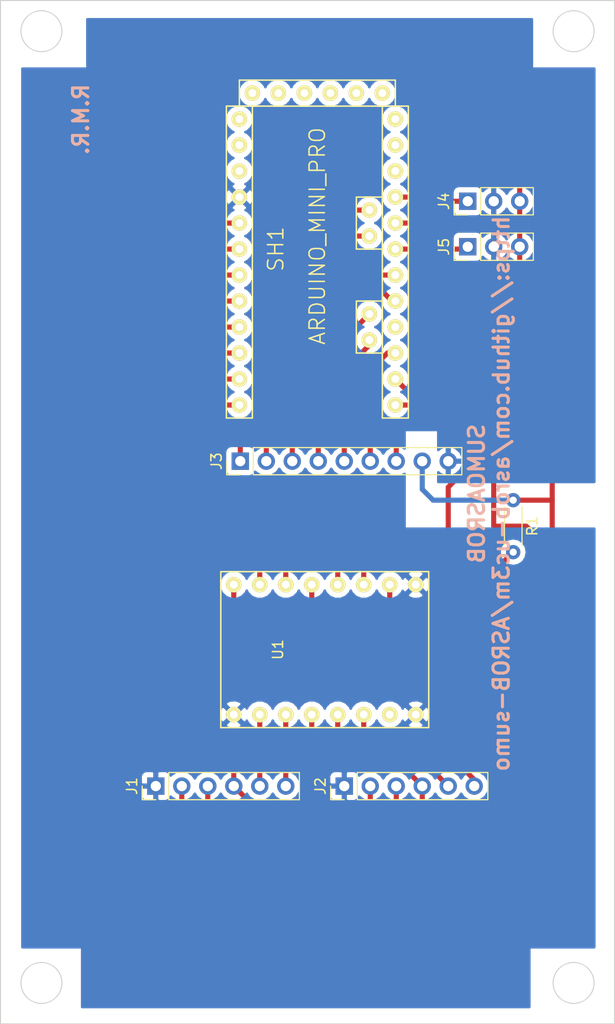
<source format=kicad_pcb>
(kicad_pcb (version 4) (host pcbnew 4.0.7)

  (general
    (links 39)
    (no_connects 0)
    (area 109.949999 74.949999 170.050001 175.050001)
    (thickness 1.6)
    (drawings 10)
    (tracks 165)
    (zones 0)
    (modules 8)
    (nets 41)
  )

  (page A4)
  (layers
    (0 F.Cu signal)
    (31 B.Cu signal)
    (32 B.Adhes user)
    (33 F.Adhes user)
    (34 B.Paste user)
    (35 F.Paste user)
    (36 B.SilkS user)
    (37 F.SilkS user)
    (38 B.Mask user)
    (39 F.Mask user)
    (40 Dwgs.User user)
    (41 Cmts.User user)
    (42 Eco1.User user)
    (43 Eco2.User user)
    (44 Edge.Cuts user)
    (45 Margin user)
    (46 B.CrtYd user)
    (47 F.CrtYd user)
    (48 B.Fab user)
    (49 F.Fab user)
  )

  (setup
    (last_trace_width 0.5)
    (trace_clearance 0.2)
    (zone_clearance 0.508)
    (zone_45_only no)
    (trace_min 0.2)
    (segment_width 0.2)
    (edge_width 0.1)
    (via_size 0.6)
    (via_drill 0.4)
    (via_min_size 0.4)
    (via_min_drill 0.3)
    (uvia_size 0.3)
    (uvia_drill 0.1)
    (uvias_allowed no)
    (uvia_min_size 0.2)
    (uvia_min_drill 0.1)
    (pcb_text_width 0.3)
    (pcb_text_size 1.5 1.5)
    (mod_edge_width 0.15)
    (mod_text_size 1 1)
    (mod_text_width 0.15)
    (pad_size 1.5 1.5)
    (pad_drill 0.6)
    (pad_to_mask_clearance 0)
    (aux_axis_origin 0 0)
    (visible_elements 7FFFFFFF)
    (pcbplotparams
      (layerselection 0x00030_80000001)
      (usegerberextensions false)
      (excludeedgelayer true)
      (linewidth 0.100000)
      (plotframeref false)
      (viasonmask false)
      (mode 1)
      (useauxorigin false)
      (hpglpennumber 1)
      (hpglpenspeed 20)
      (hpglpendiameter 15)
      (hpglpenoverlay 2)
      (psnegative false)
      (psa4output false)
      (plotreference true)
      (plotvalue true)
      (plotinvisibletext false)
      (padsonsilk false)
      (subtractmaskfromsilk false)
      (outputformat 1)
      (mirror false)
      (drillshape 1)
      (scaleselection 1)
      (outputdirectory ""))
  )

  (net 0 "")
  (net 1 GND)
  (net 2 "Net-(J1-Pad2)")
  (net 3 "Net-(J1-Pad3)")
  (net 4 VCC)
  (net 5 "Net-(J1-Pad5)")
  (net 6 "Net-(J1-Pad6)")
  (net 7 "Net-(J2-Pad2)")
  (net 8 "Net-(J2-Pad3)")
  (net 9 "Net-(J2-Pad5)")
  (net 10 "Net-(J2-Pad6)")
  (net 11 "Net-(J3-Pad1)")
  (net 12 "Net-(J3-Pad2)")
  (net 13 "Net-(J3-Pad3)")
  (net 14 "Net-(J3-Pad4)")
  (net 15 "Net-(J3-Pad5)")
  (net 16 "Net-(J3-Pad6)")
  (net 17 "Net-(J3-Pad7)")
  (net 18 "Net-(J4-Pad1)")
  (net 19 "Net-(J5-Pad1)")
  (net 20 "Net-(R1-Pad2)")
  (net 21 "Net-(SH1-PadGRN)")
  (net 22 "Net-(SH1-PadTX/1)")
  (net 23 "Net-(SH1-PadRX/1)")
  (net 24 "Net-(SH1-PadVCC1)")
  (net 25 "Net-(SH1-PadGND1)")
  (net 26 "Net-(SH1-PadBLK)")
  (net 27 "Net-(SH1-PadTX/2)")
  (net 28 "Net-(SH1-PadRX/2)")
  (net 29 "Net-(SH1-PadRST1)")
  (net 30 AIN1)
  (net 31 AIN2)
  (net 32 BIN1)
  (net 33 BIN2)
  (net 34 "Net-(SH1-PadRAW)")
  (net 35 "Net-(SH1-PadGND3)")
  (net 36 "Net-(SH1-PadRST2)")
  (net 37 "Net-(SH1-Pad10)")
  (net 38 "Net-(SH1-Pad11)")
  (net 39 +9V)
  (net 40 "Net-(SH1-Pad13)")

  (net_class Default "Esta es la clase de red por defecto."
    (clearance 0.2)
    (trace_width 0.5)
    (via_dia 0.6)
    (via_drill 0.4)
    (uvia_dia 0.3)
    (uvia_drill 0.1)
    (add_net +9V)
    (add_net AIN1)
    (add_net AIN2)
    (add_net BIN1)
    (add_net BIN2)
    (add_net GND)
    (add_net "Net-(J1-Pad2)")
    (add_net "Net-(J1-Pad3)")
    (add_net "Net-(J1-Pad5)")
    (add_net "Net-(J1-Pad6)")
    (add_net "Net-(J2-Pad2)")
    (add_net "Net-(J2-Pad3)")
    (add_net "Net-(J2-Pad5)")
    (add_net "Net-(J2-Pad6)")
    (add_net "Net-(J3-Pad1)")
    (add_net "Net-(J3-Pad2)")
    (add_net "Net-(J3-Pad3)")
    (add_net "Net-(J3-Pad4)")
    (add_net "Net-(J3-Pad5)")
    (add_net "Net-(J3-Pad6)")
    (add_net "Net-(J3-Pad7)")
    (add_net "Net-(J4-Pad1)")
    (add_net "Net-(J5-Pad1)")
    (add_net "Net-(R1-Pad2)")
    (add_net "Net-(SH1-Pad10)")
    (add_net "Net-(SH1-Pad11)")
    (add_net "Net-(SH1-Pad13)")
    (add_net "Net-(SH1-PadBLK)")
    (add_net "Net-(SH1-PadGND1)")
    (add_net "Net-(SH1-PadGND3)")
    (add_net "Net-(SH1-PadGRN)")
    (add_net "Net-(SH1-PadRAW)")
    (add_net "Net-(SH1-PadRST1)")
    (add_net "Net-(SH1-PadRST2)")
    (add_net "Net-(SH1-PadRX/1)")
    (add_net "Net-(SH1-PadRX/2)")
    (add_net "Net-(SH1-PadTX/1)")
    (add_net "Net-(SH1-PadTX/2)")
    (add_net "Net-(SH1-PadVCC1)")
    (add_net VCC)
  )

  (module "Component Footprints:PololuMotorDriver" (layer F.Cu) (tedit 5AC8DE35) (tstamp 5AC8ED9F)
    (at 136.605 138.43 90)
    (path /5AC8E541)
    (fp_text reference U1 (at 0 0.5 90) (layer F.SilkS)
      (effects (font (size 1 1) (thickness 0.15)))
    )
    (fp_text value PololuMotorDriver (at 0 -7.62 90) (layer F.Fab)
      (effects (font (size 1 1) (thickness 0.15)))
    )
    (fp_line (start -7.62 -5.08) (end 7.62 -5.08) (layer F.SilkS) (width 0.15))
    (fp_line (start 7.62 -5.08) (end 7.62 15.24) (layer F.SilkS) (width 0.15))
    (fp_line (start 7.62 15.24) (end -7.62 15.24) (layer F.SilkS) (width 0.15))
    (fp_line (start -7.62 15.24) (end -7.62 -5.08) (layer F.SilkS) (width 0.15))
    (pad GND thru_hole circle (at -6.35 -3.81 90) (size 1.524 1.524) (drill 0.762) (layers *.Cu *.Mask F.SilkS)
      (net 1 GND))
    (pad VCC thru_hole circle (at -6.35 -1.27 90) (size 1.524 1.524) (drill 0.762) (layers *.Cu *.Mask F.SilkS)
      (net 4 VCC))
    (pad AO1 thru_hole circle (at -6.35 1.27 90) (size 1.524 1.524) (drill 0.762) (layers *.Cu *.Mask F.SilkS)
      (net 5 "Net-(J1-Pad5)"))
    (pad AO2 thru_hole circle (at -6.35 3.81 90) (size 1.524 1.524) (drill 0.762) (layers *.Cu *.Mask F.SilkS)
      (net 6 "Net-(J1-Pad6)"))
    (pad BO2 thru_hole circle (at -6.35 6.35 90) (size 1.524 1.524) (drill 0.762) (layers *.Cu *.Mask F.SilkS)
      (net 9 "Net-(J2-Pad5)"))
    (pad BO1 thru_hole circle (at -6.35 8.89 90) (size 1.524 1.524) (drill 0.762) (layers *.Cu *.Mask F.SilkS)
      (net 10 "Net-(J2-Pad6)"))
    (pad VMOT thru_hole circle (at -6.35 11.43 90) (size 1.524 1.524) (drill 0.762) (layers *.Cu *.Mask F.SilkS)
      (net 39 +9V))
    (pad GND thru_hole circle (at -6.35 13.97 90) (size 1.524 1.524) (drill 0.762) (layers *.Cu *.Mask F.SilkS)
      (net 1 GND))
    (pad PWMA thru_hole circle (at 6.35 -3.81 90) (size 1.524 1.524) (drill 0.762) (layers *.Cu *.Mask F.SilkS)
      (net 38 "Net-(SH1-Pad11)"))
    (pad AIN1 thru_hole circle (at 6.35 -1.27 90) (size 1.524 1.524) (drill 0.762) (layers *.Cu *.Mask F.SilkS)
      (net 30 AIN1))
    (pad AIN2 thru_hole circle (at 6.35 1.27 90) (size 1.524 1.524) (drill 0.762) (layers *.Cu *.Mask F.SilkS)
      (net 31 AIN2))
    (pad STBY thru_hole circle (at 6.35 3.81 90) (size 1.524 1.524) (drill 0.762) (layers *.Cu *.Mask F.SilkS)
      (net 20 "Net-(R1-Pad2)"))
    (pad BIN1 thru_hole circle (at 6.35 6.35 90) (size 1.524 1.524) (drill 0.762) (layers *.Cu *.Mask F.SilkS)
      (net 32 BIN1))
    (pad BIN2 thru_hole circle (at 6.35 8.89 90) (size 1.524 1.524) (drill 0.762) (layers *.Cu *.Mask F.SilkS)
      (net 33 BIN2))
    (pad PWMB thru_hole circle (at 6.35 11.43 90) (size 1.524 1.524) (drill 0.762) (layers *.Cu *.Mask F.SilkS)
      (net 37 "Net-(SH1-Pad10)"))
    (pad GND thru_hole circle (at 6.35 13.97 90) (size 1.524 1.524) (drill 0.762) (layers *.Cu *.Mask F.SilkS)
      (net 1 GND))
  )

  (module Socket_Strips:Socket_Strip_Straight_1x06_Pitch2.54mm (layer F.Cu) (tedit 58CD5446) (tstamp 5AC8ECDC)
    (at 125.175 151.765 90)
    (descr "Through hole straight socket strip, 1x06, 2.54mm pitch, single row")
    (tags "Through hole socket strip THT 1x06 2.54mm single row")
    (path /5AAEBF05)
    (fp_text reference J1 (at 0 -2.33 90) (layer F.SilkS)
      (effects (font (size 1 1) (thickness 0.15)))
    )
    (fp_text value EngineA (at 0 15.03 90) (layer F.Fab)
      (effects (font (size 1 1) (thickness 0.15)))
    )
    (fp_line (start -1.27 -1.27) (end -1.27 13.97) (layer F.Fab) (width 0.1))
    (fp_line (start -1.27 13.97) (end 1.27 13.97) (layer F.Fab) (width 0.1))
    (fp_line (start 1.27 13.97) (end 1.27 -1.27) (layer F.Fab) (width 0.1))
    (fp_line (start 1.27 -1.27) (end -1.27 -1.27) (layer F.Fab) (width 0.1))
    (fp_line (start -1.33 1.27) (end -1.33 14.03) (layer F.SilkS) (width 0.12))
    (fp_line (start -1.33 14.03) (end 1.33 14.03) (layer F.SilkS) (width 0.12))
    (fp_line (start 1.33 14.03) (end 1.33 1.27) (layer F.SilkS) (width 0.12))
    (fp_line (start 1.33 1.27) (end -1.33 1.27) (layer F.SilkS) (width 0.12))
    (fp_line (start -1.33 0) (end -1.33 -1.33) (layer F.SilkS) (width 0.12))
    (fp_line (start -1.33 -1.33) (end 0 -1.33) (layer F.SilkS) (width 0.12))
    (fp_line (start -1.8 -1.8) (end -1.8 14.5) (layer F.CrtYd) (width 0.05))
    (fp_line (start -1.8 14.5) (end 1.8 14.5) (layer F.CrtYd) (width 0.05))
    (fp_line (start 1.8 14.5) (end 1.8 -1.8) (layer F.CrtYd) (width 0.05))
    (fp_line (start 1.8 -1.8) (end -1.8 -1.8) (layer F.CrtYd) (width 0.05))
    (fp_text user %R (at 0 -2.33 90) (layer F.Fab)
      (effects (font (size 1 1) (thickness 0.15)))
    )
    (pad 1 thru_hole rect (at 0 0 90) (size 1.7 1.7) (drill 1) (layers *.Cu *.Mask)
      (net 1 GND))
    (pad 2 thru_hole oval (at 0 2.54 90) (size 1.7 1.7) (drill 1) (layers *.Cu *.Mask)
      (net 2 "Net-(J1-Pad2)"))
    (pad 3 thru_hole oval (at 0 5.08 90) (size 1.7 1.7) (drill 1) (layers *.Cu *.Mask)
      (net 3 "Net-(J1-Pad3)"))
    (pad 4 thru_hole oval (at 0 7.62 90) (size 1.7 1.7) (drill 1) (layers *.Cu *.Mask)
      (net 4 VCC))
    (pad 5 thru_hole oval (at 0 10.16 90) (size 1.7 1.7) (drill 1) (layers *.Cu *.Mask)
      (net 5 "Net-(J1-Pad5)"))
    (pad 6 thru_hole oval (at 0 12.7 90) (size 1.7 1.7) (drill 1) (layers *.Cu *.Mask)
      (net 6 "Net-(J1-Pad6)"))
    (model ${KISYS3DMOD}/Socket_Strips.3dshapes/Socket_Strip_Straight_1x06_Pitch2.54mm.wrl
      (at (xyz 0 -0.25 0))
      (scale (xyz 1 1 1))
      (rotate (xyz 0 0 270))
    )
  )

  (module Socket_Strips:Socket_Strip_Straight_1x06_Pitch2.54mm (layer F.Cu) (tedit 58CD5446) (tstamp 5AC8ECF5)
    (at 143.59 151.765 90)
    (descr "Through hole straight socket strip, 1x06, 2.54mm pitch, single row")
    (tags "Through hole socket strip THT 1x06 2.54mm single row")
    (path /5AAEBFF1)
    (fp_text reference J2 (at 0 -2.33 90) (layer F.SilkS)
      (effects (font (size 1 1) (thickness 0.15)))
    )
    (fp_text value EngineB (at 0 15.03 90) (layer F.Fab)
      (effects (font (size 1 1) (thickness 0.15)))
    )
    (fp_line (start -1.27 -1.27) (end -1.27 13.97) (layer F.Fab) (width 0.1))
    (fp_line (start -1.27 13.97) (end 1.27 13.97) (layer F.Fab) (width 0.1))
    (fp_line (start 1.27 13.97) (end 1.27 -1.27) (layer F.Fab) (width 0.1))
    (fp_line (start 1.27 -1.27) (end -1.27 -1.27) (layer F.Fab) (width 0.1))
    (fp_line (start -1.33 1.27) (end -1.33 14.03) (layer F.SilkS) (width 0.12))
    (fp_line (start -1.33 14.03) (end 1.33 14.03) (layer F.SilkS) (width 0.12))
    (fp_line (start 1.33 14.03) (end 1.33 1.27) (layer F.SilkS) (width 0.12))
    (fp_line (start 1.33 1.27) (end -1.33 1.27) (layer F.SilkS) (width 0.12))
    (fp_line (start -1.33 0) (end -1.33 -1.33) (layer F.SilkS) (width 0.12))
    (fp_line (start -1.33 -1.33) (end 0 -1.33) (layer F.SilkS) (width 0.12))
    (fp_line (start -1.8 -1.8) (end -1.8 14.5) (layer F.CrtYd) (width 0.05))
    (fp_line (start -1.8 14.5) (end 1.8 14.5) (layer F.CrtYd) (width 0.05))
    (fp_line (start 1.8 14.5) (end 1.8 -1.8) (layer F.CrtYd) (width 0.05))
    (fp_line (start 1.8 -1.8) (end -1.8 -1.8) (layer F.CrtYd) (width 0.05))
    (fp_text user %R (at 0 -2.33 90) (layer F.Fab)
      (effects (font (size 1 1) (thickness 0.15)))
    )
    (pad 1 thru_hole rect (at 0 0 90) (size 1.7 1.7) (drill 1) (layers *.Cu *.Mask)
      (net 1 GND))
    (pad 2 thru_hole oval (at 0 2.54 90) (size 1.7 1.7) (drill 1) (layers *.Cu *.Mask)
      (net 7 "Net-(J2-Pad2)"))
    (pad 3 thru_hole oval (at 0 5.08 90) (size 1.7 1.7) (drill 1) (layers *.Cu *.Mask)
      (net 8 "Net-(J2-Pad3)"))
    (pad 4 thru_hole oval (at 0 7.62 90) (size 1.7 1.7) (drill 1) (layers *.Cu *.Mask)
      (net 4 VCC))
    (pad 5 thru_hole oval (at 0 10.16 90) (size 1.7 1.7) (drill 1) (layers *.Cu *.Mask)
      (net 9 "Net-(J2-Pad5)"))
    (pad 6 thru_hole oval (at 0 12.7 90) (size 1.7 1.7) (drill 1) (layers *.Cu *.Mask)
      (net 10 "Net-(J2-Pad6)"))
    (model ${KISYS3DMOD}/Socket_Strips.3dshapes/Socket_Strip_Straight_1x06_Pitch2.54mm.wrl
      (at (xyz 0 -0.25 0))
      (scale (xyz 1 1 1))
      (rotate (xyz 0 0 270))
    )
  )

  (module Socket_Strips:Socket_Strip_Straight_1x09_Pitch2.54mm (layer F.Cu) (tedit 58CD5446) (tstamp 5AC8ED11)
    (at 133.43 120.015 90)
    (descr "Through hole straight socket strip, 1x09, 2.54mm pitch, single row")
    (tags "Through hole socket strip THT 1x09 2.54mm single row")
    (path /5AAEC4D6)
    (fp_text reference J3 (at 0 -2.33 90) (layer F.SilkS)
      (effects (font (size 1 1) (thickness 0.15)))
    )
    (fp_text value QTR-8RC (at 0 22.65 90) (layer F.Fab)
      (effects (font (size 1 1) (thickness 0.15)))
    )
    (fp_line (start -1.27 -1.27) (end -1.27 21.59) (layer F.Fab) (width 0.1))
    (fp_line (start -1.27 21.59) (end 1.27 21.59) (layer F.Fab) (width 0.1))
    (fp_line (start 1.27 21.59) (end 1.27 -1.27) (layer F.Fab) (width 0.1))
    (fp_line (start 1.27 -1.27) (end -1.27 -1.27) (layer F.Fab) (width 0.1))
    (fp_line (start -1.33 1.27) (end -1.33 21.65) (layer F.SilkS) (width 0.12))
    (fp_line (start -1.33 21.65) (end 1.33 21.65) (layer F.SilkS) (width 0.12))
    (fp_line (start 1.33 21.65) (end 1.33 1.27) (layer F.SilkS) (width 0.12))
    (fp_line (start 1.33 1.27) (end -1.33 1.27) (layer F.SilkS) (width 0.12))
    (fp_line (start -1.33 0) (end -1.33 -1.33) (layer F.SilkS) (width 0.12))
    (fp_line (start -1.33 -1.33) (end 0 -1.33) (layer F.SilkS) (width 0.12))
    (fp_line (start -1.8 -1.8) (end -1.8 22.1) (layer F.CrtYd) (width 0.05))
    (fp_line (start -1.8 22.1) (end 1.8 22.1) (layer F.CrtYd) (width 0.05))
    (fp_line (start 1.8 22.1) (end 1.8 -1.8) (layer F.CrtYd) (width 0.05))
    (fp_line (start 1.8 -1.8) (end -1.8 -1.8) (layer F.CrtYd) (width 0.05))
    (fp_text user %R (at 0 -2.33 90) (layer F.Fab)
      (effects (font (size 1 1) (thickness 0.15)))
    )
    (pad 1 thru_hole rect (at 0 0 90) (size 1.7 1.7) (drill 1) (layers *.Cu *.Mask)
      (net 11 "Net-(J3-Pad1)"))
    (pad 2 thru_hole oval (at 0 2.54 90) (size 1.7 1.7) (drill 1) (layers *.Cu *.Mask)
      (net 12 "Net-(J3-Pad2)"))
    (pad 3 thru_hole oval (at 0 5.08 90) (size 1.7 1.7) (drill 1) (layers *.Cu *.Mask)
      (net 13 "Net-(J3-Pad3)"))
    (pad 4 thru_hole oval (at 0 7.62 90) (size 1.7 1.7) (drill 1) (layers *.Cu *.Mask)
      (net 14 "Net-(J3-Pad4)"))
    (pad 5 thru_hole oval (at 0 10.16 90) (size 1.7 1.7) (drill 1) (layers *.Cu *.Mask)
      (net 15 "Net-(J3-Pad5)"))
    (pad 6 thru_hole oval (at 0 12.7 90) (size 1.7 1.7) (drill 1) (layers *.Cu *.Mask)
      (net 16 "Net-(J3-Pad6)"))
    (pad 7 thru_hole oval (at 0 15.24 90) (size 1.7 1.7) (drill 1) (layers *.Cu *.Mask)
      (net 17 "Net-(J3-Pad7)"))
    (pad 8 thru_hole oval (at 0 17.78 90) (size 1.7 1.7) (drill 1) (layers *.Cu *.Mask)
      (net 4 VCC))
    (pad 9 thru_hole oval (at 0 20.32 90) (size 1.7 1.7) (drill 1) (layers *.Cu *.Mask)
      (net 1 GND))
    (model ${KISYS3DMOD}/Socket_Strips.3dshapes/Socket_Strip_Straight_1x09_Pitch2.54mm.wrl
      (at (xyz 0 -0.4 0))
      (scale (xyz 1 1 1))
      (rotate (xyz 0 0 270))
    )
  )

  (module Socket_Strips:Socket_Strip_Straight_1x03_Pitch2.54mm (layer F.Cu) (tedit 58CD5446) (tstamp 5AC8ED27)
    (at 155.655 94.615 90)
    (descr "Through hole straight socket strip, 1x03, 2.54mm pitch, single row")
    (tags "Through hole socket strip THT 1x03 2.54mm single row")
    (path /5AAEAC9E)
    (fp_text reference J4 (at 0 -2.33 90) (layer F.SilkS)
      (effects (font (size 1 1) (thickness 0.15)))
    )
    (fp_text value SHARP1 (at 0 7.41 90) (layer F.Fab)
      (effects (font (size 1 1) (thickness 0.15)))
    )
    (fp_line (start -1.27 -1.27) (end -1.27 6.35) (layer F.Fab) (width 0.1))
    (fp_line (start -1.27 6.35) (end 1.27 6.35) (layer F.Fab) (width 0.1))
    (fp_line (start 1.27 6.35) (end 1.27 -1.27) (layer F.Fab) (width 0.1))
    (fp_line (start 1.27 -1.27) (end -1.27 -1.27) (layer F.Fab) (width 0.1))
    (fp_line (start -1.33 1.27) (end -1.33 6.41) (layer F.SilkS) (width 0.12))
    (fp_line (start -1.33 6.41) (end 1.33 6.41) (layer F.SilkS) (width 0.12))
    (fp_line (start 1.33 6.41) (end 1.33 1.27) (layer F.SilkS) (width 0.12))
    (fp_line (start 1.33 1.27) (end -1.33 1.27) (layer F.SilkS) (width 0.12))
    (fp_line (start -1.33 0) (end -1.33 -1.33) (layer F.SilkS) (width 0.12))
    (fp_line (start -1.33 -1.33) (end 0 -1.33) (layer F.SilkS) (width 0.12))
    (fp_line (start -1.8 -1.8) (end -1.8 6.85) (layer F.CrtYd) (width 0.05))
    (fp_line (start -1.8 6.85) (end 1.8 6.85) (layer F.CrtYd) (width 0.05))
    (fp_line (start 1.8 6.85) (end 1.8 -1.8) (layer F.CrtYd) (width 0.05))
    (fp_line (start 1.8 -1.8) (end -1.8 -1.8) (layer F.CrtYd) (width 0.05))
    (fp_text user %R (at 0 -2.33 90) (layer F.Fab)
      (effects (font (size 1 1) (thickness 0.15)))
    )
    (pad 1 thru_hole rect (at 0 0 90) (size 1.7 1.7) (drill 1) (layers *.Cu *.Mask)
      (net 18 "Net-(J4-Pad1)"))
    (pad 2 thru_hole oval (at 0 2.54 90) (size 1.7 1.7) (drill 1) (layers *.Cu *.Mask)
      (net 1 GND))
    (pad 3 thru_hole oval (at 0 5.08 90) (size 1.7 1.7) (drill 1) (layers *.Cu *.Mask)
      (net 4 VCC))
    (model ${KISYS3DMOD}/Socket_Strips.3dshapes/Socket_Strip_Straight_1x03_Pitch2.54mm.wrl
      (at (xyz 0 -0.1 0))
      (scale (xyz 1 1 1))
      (rotate (xyz 0 0 270))
    )
  )

  (module Socket_Strips:Socket_Strip_Straight_1x03_Pitch2.54mm (layer F.Cu) (tedit 58CD5446) (tstamp 5AC8ED3D)
    (at 155.655 99.06 90)
    (descr "Through hole straight socket strip, 1x03, 2.54mm pitch, single row")
    (tags "Through hole socket strip THT 1x03 2.54mm single row")
    (path /5AAEAC35)
    (fp_text reference J5 (at 0 -2.33 90) (layer F.SilkS)
      (effects (font (size 1 1) (thickness 0.15)))
    )
    (fp_text value SHARP2 (at 0 7.41 90) (layer F.Fab)
      (effects (font (size 1 1) (thickness 0.15)))
    )
    (fp_line (start -1.27 -1.27) (end -1.27 6.35) (layer F.Fab) (width 0.1))
    (fp_line (start -1.27 6.35) (end 1.27 6.35) (layer F.Fab) (width 0.1))
    (fp_line (start 1.27 6.35) (end 1.27 -1.27) (layer F.Fab) (width 0.1))
    (fp_line (start 1.27 -1.27) (end -1.27 -1.27) (layer F.Fab) (width 0.1))
    (fp_line (start -1.33 1.27) (end -1.33 6.41) (layer F.SilkS) (width 0.12))
    (fp_line (start -1.33 6.41) (end 1.33 6.41) (layer F.SilkS) (width 0.12))
    (fp_line (start 1.33 6.41) (end 1.33 1.27) (layer F.SilkS) (width 0.12))
    (fp_line (start 1.33 1.27) (end -1.33 1.27) (layer F.SilkS) (width 0.12))
    (fp_line (start -1.33 0) (end -1.33 -1.33) (layer F.SilkS) (width 0.12))
    (fp_line (start -1.33 -1.33) (end 0 -1.33) (layer F.SilkS) (width 0.12))
    (fp_line (start -1.8 -1.8) (end -1.8 6.85) (layer F.CrtYd) (width 0.05))
    (fp_line (start -1.8 6.85) (end 1.8 6.85) (layer F.CrtYd) (width 0.05))
    (fp_line (start 1.8 6.85) (end 1.8 -1.8) (layer F.CrtYd) (width 0.05))
    (fp_line (start 1.8 -1.8) (end -1.8 -1.8) (layer F.CrtYd) (width 0.05))
    (fp_text user %R (at 0 -2.33 90) (layer F.Fab)
      (effects (font (size 1 1) (thickness 0.15)))
    )
    (pad 1 thru_hole rect (at 0 0 90) (size 1.7 1.7) (drill 1) (layers *.Cu *.Mask)
      (net 19 "Net-(J5-Pad1)"))
    (pad 2 thru_hole oval (at 0 2.54 90) (size 1.7 1.7) (drill 1) (layers *.Cu *.Mask)
      (net 1 GND))
    (pad 3 thru_hole oval (at 0 5.08 90) (size 1.7 1.7) (drill 1) (layers *.Cu *.Mask)
      (net 4 VCC))
    (model ${KISYS3DMOD}/Socket_Strips.3dshapes/Socket_Strip_Straight_1x03_Pitch2.54mm.wrl
      (at (xyz 0 -0.1 0))
      (scale (xyz 1 1 1))
      (rotate (xyz 0 0 270))
    )
  )

  (module Resistors_THT:R_Axial_DIN0204_L3.6mm_D1.6mm_P5.08mm_Horizontal (layer F.Cu) (tedit 5ACE35C2) (tstamp 5AC8ED4F)
    (at 160.1 123.825 270)
    (descr "Resistor, Axial_DIN0204 series, Axial, Horizontal, pin pitch=5.08mm, 0.16666666666666666W = 1/6W, length*diameter=3.6*1.6mm^2, http://cdn-reichelt.de/documents/datenblatt/B400/1_4W%23YAG.pdf")
    (tags "Resistor Axial_DIN0204 series Axial Horizontal pin pitch 5.08mm 0.16666666666666666W = 1/6W length 3.6mm diameter 1.6mm")
    (path /5AAEBC23)
    (fp_text reference R1 (at 2.54 -1.86 270) (layer F.SilkS)
      (effects (font (size 1 1) (thickness 0.15)))
    )
    (fp_text value R (at 2.54 3.175 270) (layer F.Fab)
      (effects (font (size 1 1) (thickness 0.15)))
    )
    (fp_line (start 0.74 -0.8) (end 0.74 0.8) (layer F.Fab) (width 0.1))
    (fp_line (start 0.74 0.8) (end 4.34 0.8) (layer F.Fab) (width 0.1))
    (fp_line (start 4.34 0.8) (end 4.34 -0.8) (layer F.Fab) (width 0.1))
    (fp_line (start 4.34 -0.8) (end 0.74 -0.8) (layer F.Fab) (width 0.1))
    (fp_line (start 0 0) (end 0.74 0) (layer F.Fab) (width 0.1))
    (fp_line (start 5.08 0) (end 4.34 0) (layer F.Fab) (width 0.1))
    (fp_line (start 0.68 -0.86) (end 4.4 -0.86) (layer F.SilkS) (width 0.12))
    (fp_line (start 0.68 0.86) (end 4.4 0.86) (layer F.SilkS) (width 0.12))
    (fp_line (start -0.95 -1.15) (end -0.95 1.15) (layer F.CrtYd) (width 0.05))
    (fp_line (start -0.95 1.15) (end 6.05 1.15) (layer F.CrtYd) (width 0.05))
    (fp_line (start 6.05 1.15) (end 6.05 -1.15) (layer F.CrtYd) (width 0.05))
    (fp_line (start 6.05 -1.15) (end -0.95 -1.15) (layer F.CrtYd) (width 0.05))
    (pad 1 thru_hole circle (at 0 0 270) (size 1.4 1.4) (drill 0.7) (layers *.Cu *.Mask)
      (net 4 VCC))
    (pad 2 thru_hole oval (at 5.08 0 270) (size 1.4 1.4) (drill 0.7) (layers *.Cu *.Mask)
      (net 20 "Net-(R1-Pad2)"))
    (model ${KISYS3DMOD}/Resistors_THT.3dshapes/R_Axial_DIN0204_L3.6mm_D1.6mm_P5.08mm_Horizontal.wrl
      (at (xyz 0 0 0))
      (scale (xyz 0.393701 0.393701 0.393701))
      (rotate (xyz 0 0 0))
    )
  )

  (module SHIELD_ARDUINO:ARDUINO_MINI_PRO_V10 (layer F.Cu) (tedit 547AEBB5) (tstamp 5AC8ED87)
    (at 140.9611 99.2886)
    (path /5AAEAB3E)
    (fp_text reference SH1 (at -4.064 0 90) (layer F.SilkS)
      (effects (font (size 1.5 1.5) (thickness 0.15)))
    )
    (fp_text value ARDUINO_MINI_PRO (at 0 -1.27 90) (layer F.SilkS)
      (effects (font (size 1.5 1.5) (thickness 0.15)))
    )
    (fp_line (start 6.35 5.08) (end 3.81 5.08) (layer F.SilkS) (width 0.15))
    (fp_line (start 3.81 5.08) (end 3.81 10.16) (layer F.SilkS) (width 0.15))
    (fp_line (start 3.81 10.16) (end 6.35 10.16) (layer F.SilkS) (width 0.15))
    (fp_line (start 6.35 -5.08) (end 3.81 -5.08) (layer F.SilkS) (width 0.15))
    (fp_line (start 3.81 -5.08) (end 3.81 0) (layer F.SilkS) (width 0.15))
    (fp_line (start 3.81 0) (end 6.35 0) (layer F.SilkS) (width 0.15))
    (fp_line (start 8.89 -13.97) (end 6.35 -13.97) (layer F.SilkS) (width 0.15))
    (fp_line (start -6.35 -13.97) (end -6.35 16.51) (layer F.SilkS) (width 0.15))
    (fp_line (start -6.35 16.51) (end -8.89 16.51) (layer F.SilkS) (width 0.15))
    (fp_line (start -8.89 16.51) (end -8.89 -13.97) (layer F.SilkS) (width 0.15))
    (fp_line (start -8.89 -13.97) (end -6.35 -13.97) (layer F.SilkS) (width 0.15))
    (fp_line (start 6.35 -13.97) (end 6.35 16.51) (layer F.SilkS) (width 0.15))
    (fp_line (start 6.35 16.51) (end 8.89 16.51) (layer F.SilkS) (width 0.15))
    (fp_line (start 8.89 16.51) (end 8.89 -13.97) (layer F.SilkS) (width 0.15))
    (fp_line (start -7.62 -16.51) (end 7.62 -16.51) (layer F.SilkS) (width 0.15))
    (fp_line (start 7.62 -16.51) (end 7.62 -13.97) (layer F.SilkS) (width 0.15))
    (fp_line (start 7.62 -13.97) (end -7.62 -13.97) (layer F.SilkS) (width 0.15))
    (fp_line (start -7.62 -13.97) (end -7.62 -16.51) (layer F.SilkS) (width 0.15))
    (pad GRN thru_hole circle (at -6.35 -15.24) (size 1.524 1.524) (drill 0.762) (layers *.Cu *.Mask F.SilkS)
      (net 21 "Net-(SH1-PadGRN)"))
    (pad TX/1 thru_hole circle (at -3.81 -15.24) (size 1.524 1.524) (drill 0.762) (layers *.Cu *.Mask F.SilkS)
      (net 22 "Net-(SH1-PadTX/1)"))
    (pad RX/1 thru_hole circle (at -1.27 -15.24) (size 1.524 1.524) (drill 0.762) (layers *.Cu *.Mask F.SilkS)
      (net 23 "Net-(SH1-PadRX/1)"))
    (pad VCC1 thru_hole circle (at 1.27 -15.24) (size 1.524 1.524) (drill 0.762) (layers *.Cu *.Mask F.SilkS)
      (net 24 "Net-(SH1-PadVCC1)"))
    (pad GND1 thru_hole circle (at 3.81 -15.24) (size 1.524 1.524) (drill 0.762) (layers *.Cu *.Mask F.SilkS)
      (net 25 "Net-(SH1-PadGND1)"))
    (pad BLK thru_hole circle (at 6.35 -15.24) (size 1.524 1.524) (drill 0.762) (layers *.Cu *.Mask F.SilkS)
      (net 26 "Net-(SH1-PadBLK)"))
    (pad TX/2 thru_hole circle (at -7.62 -12.7) (size 1.524 1.524) (drill 0.762) (layers *.Cu *.Mask F.SilkS)
      (net 27 "Net-(SH1-PadTX/2)"))
    (pad RX/2 thru_hole circle (at -7.62 -10.16) (size 1.524 1.524) (drill 0.762) (layers *.Cu *.Mask F.SilkS)
      (net 28 "Net-(SH1-PadRX/2)"))
    (pad RST1 thru_hole circle (at -7.62 -7.62) (size 1.524 1.524) (drill 0.762) (layers *.Cu *.Mask F.SilkS)
      (net 29 "Net-(SH1-PadRST1)"))
    (pad GND2 thru_hole circle (at -7.62 -5.08) (size 1.524 1.524) (drill 0.762) (layers *.Cu *.Mask F.SilkS)
      (net 1 GND))
    (pad 2 thru_hole circle (at -7.62 -2.54) (size 1.524 1.524) (drill 0.762) (layers *.Cu *.Mask F.SilkS)
      (net 8 "Net-(J2-Pad3)"))
    (pad 3 thru_hole circle (at -7.62 0) (size 1.524 1.524) (drill 0.762) (layers *.Cu *.Mask F.SilkS)
      (net 7 "Net-(J2-Pad2)"))
    (pad 4 thru_hole circle (at -7.62 2.54) (size 1.524 1.524) (drill 0.762) (layers *.Cu *.Mask F.SilkS)
      (net 3 "Net-(J1-Pad3)"))
    (pad 5 thru_hole circle (at -7.62 5.08) (size 1.524 1.524) (drill 0.762) (layers *.Cu *.Mask F.SilkS)
      (net 2 "Net-(J1-Pad2)"))
    (pad 6 thru_hole circle (at -7.62 7.62) (size 1.524 1.524) (drill 0.762) (layers *.Cu *.Mask F.SilkS)
      (net 30 AIN1))
    (pad 7 thru_hole circle (at -7.62 10.16) (size 1.524 1.524) (drill 0.762) (layers *.Cu *.Mask F.SilkS)
      (net 31 AIN2))
    (pad 8 thru_hole circle (at -7.62 12.7) (size 1.524 1.524) (drill 0.762) (layers *.Cu *.Mask F.SilkS)
      (net 32 BIN1))
    (pad 9 thru_hole circle (at -7.62 15.24) (size 1.524 1.524) (drill 0.762) (layers *.Cu *.Mask F.SilkS)
      (net 33 BIN2))
    (pad RAW thru_hole circle (at 7.62 -12.7) (size 1.524 1.524) (drill 0.762) (layers *.Cu *.Mask F.SilkS)
      (net 34 "Net-(SH1-PadRAW)"))
    (pad GND3 thru_hole circle (at 7.62 -10.16) (size 1.524 1.524) (drill 0.762) (layers *.Cu *.Mask F.SilkS)
      (net 35 "Net-(SH1-PadGND3)"))
    (pad RST2 thru_hole circle (at 7.62 -7.62) (size 1.524 1.524) (drill 0.762) (layers *.Cu *.Mask F.SilkS)
      (net 36 "Net-(SH1-PadRST2)"))
    (pad VCC2 thru_hole circle (at 7.62 -5.08) (size 1.524 1.524) (drill 0.762) (layers *.Cu *.Mask F.SilkS)
      (net 4 VCC))
    (pad A0 thru_hole circle (at 7.62 5.08) (size 1.524 1.524) (drill 0.762) (layers *.Cu *.Mask F.SilkS)
      (net 14 "Net-(J3-Pad4)"))
    (pad A1 thru_hole circle (at 7.62 2.54) (size 1.524 1.524) (drill 0.762) (layers *.Cu *.Mask F.SilkS)
      (net 13 "Net-(J3-Pad3)"))
    (pad A2 thru_hole circle (at 7.62 0) (size 1.524 1.524) (drill 0.762) (layers *.Cu *.Mask F.SilkS)
      (net 19 "Net-(J5-Pad1)"))
    (pad A3 thru_hole circle (at 7.62 -2.54) (size 1.524 1.524) (drill 0.762) (layers *.Cu *.Mask F.SilkS)
      (net 18 "Net-(J4-Pad1)"))
    (pad 10 thru_hole circle (at 7.62 15.24) (size 1.524 1.524) (drill 0.762) (layers *.Cu *.Mask F.SilkS)
      (net 37 "Net-(SH1-Pad10)"))
    (pad 11 thru_hole circle (at 7.62 12.7) (size 1.524 1.524) (drill 0.762) (layers *.Cu *.Mask F.SilkS)
      (net 38 "Net-(SH1-Pad11)"))
    (pad 12 thru_hole circle (at 7.62 10.16) (size 1.524 1.524) (drill 0.762) (layers *.Cu *.Mask F.SilkS)
      (net 17 "Net-(J3-Pad7)"))
    (pad 13 thru_hole circle (at 7.62 7.62) (size 1.524 1.524) (drill 0.762) (layers *.Cu *.Mask F.SilkS)
      (net 40 "Net-(SH1-Pad13)"))
    (pad A5 thru_hole circle (at 5.08 -3.81) (size 1.524 1.524) (drill 0.762) (layers *.Cu *.Mask F.SilkS)
      (net 11 "Net-(J3-Pad1)"))
    (pad A4 thru_hole circle (at 5.08 -1.27) (size 1.524 1.524) (drill 0.762) (layers *.Cu *.Mask F.SilkS)
      (net 12 "Net-(J3-Pad2)"))
    (pad A7 thru_hole circle (at 5.08 6.35) (size 1.524 1.524) (drill 0.762) (layers *.Cu *.Mask F.SilkS)
      (net 15 "Net-(J3-Pad5)"))
    (pad A6 thru_hole circle (at 5.08 8.89) (size 1.524 1.524) (drill 0.762) (layers *.Cu *.Mask F.SilkS)
      (net 16 "Net-(J3-Pad6)"))
  )

  (gr_text R.M.R. (at 117.856 86.614 90) (layer B.SilkS)
    (effects (font (size 1.5 1.5) (thickness 0.3)) (justify mirror))
  )
  (gr_text "SUMOASROB\nhttps://github.com/asrob-uc3m/ASROB-sumo" (at 157.734 123.19 90) (layer B.SilkS)
    (effects (font (size 1.5 1.5) (thickness 0.3)) (justify mirror))
  )
  (gr_circle (center 166 171) (end 166 169) (layer Edge.Cuts) (width 0.1))
  (gr_circle (center 114 171) (end 114 169) (layer Edge.Cuts) (width 0.1))
  (gr_circle (center 166 78) (end 164 78) (layer Edge.Cuts) (width 0.1))
  (gr_circle (center 114 78) (end 116 78) (layer Edge.Cuts) (width 0.1))
  (gr_line (start 170 175) (end 110 175) (angle 90) (layer Edge.Cuts) (width 0.1))
  (gr_line (start 170 75) (end 170 175) (angle 90) (layer Edge.Cuts) (width 0.1))
  (gr_line (start 110 75) (end 170 75) (angle 90) (layer Edge.Cuts) (width 0.1))
  (gr_line (start 110 175) (end 110 75) (angle 90) (layer Edge.Cuts) (width 0.1))

  (segment (start 158.195 94.615) (end 158.195 99.06) (width 0.5) (layer F.Cu) (net 1))
  (segment (start 127.715 151.765) (end 127.715 153.67) (width 0.5) (layer F.Cu) (net 2))
  (segment (start 127.715 153.67) (end 127.08 154.305) (width 0.5) (layer F.Cu) (net 2) (tstamp 5ACB6FFA))
  (segment (start 127.08 154.305) (end 122.635 154.305) (width 0.5) (layer F.Cu) (net 2) (tstamp 5ACB6FFF))
  (segment (start 122.635 154.305) (end 121.365 153.035) (width 0.5) (layer F.Cu) (net 2) (tstamp 5ACB7000))
  (segment (start 121.365 153.035) (end 121.365 112.395) (width 0.5) (layer F.Cu) (net 2) (tstamp 5ACB7001))
  (segment (start 121.365 112.395) (end 129.3914 104.3686) (width 0.5) (layer F.Cu) (net 2) (tstamp 5ACB7003))
  (segment (start 129.3914 104.3686) (end 133.3411 104.3686) (width 0.5) (layer F.Cu) (net 2) (tstamp 5ACB7007))
  (segment (start 130.255 151.765) (end 130.255 154.305) (width 0.5) (layer F.Cu) (net 3))
  (segment (start 130.255 154.305) (end 128.985 155.575) (width 0.5) (layer F.Cu) (net 3) (tstamp 5ACB700C))
  (segment (start 128.985 155.575) (end 122 155.575) (width 0.5) (layer F.Cu) (net 3) (tstamp 5ACB700D))
  (segment (start 122 155.575) (end 119.46 153.035) (width 0.5) (layer F.Cu) (net 3) (tstamp 5ACB700F))
  (segment (start 119.46 153.035) (end 119.46 111.76) (width 0.5) (layer F.Cu) (net 3) (tstamp 5ACB7012))
  (segment (start 119.46 111.76) (end 129.3914 101.8286) (width 0.5) (layer F.Cu) (net 3) (tstamp 5ACB7014))
  (segment (start 129.3914 101.8286) (end 133.3411 101.8286) (width 0.5) (layer F.Cu) (net 3) (tstamp 5ACB7016))
  (segment (start 151.21 120.015) (end 151.21 122.762) (width 0.5) (layer B.Cu) (net 4) (status 400000))
  (segment (start 152.273 123.825) (end 160.1 123.825) (width 0.5) (layer B.Cu) (net 4) (tstamp 5AEB7266) (status 800000))
  (segment (start 151.21 122.762) (end 152.273 123.825) (width 0.5) (layer B.Cu) (net 4) (tstamp 5AEB7262))
  (segment (start 160.1 123.825) (end 163.91 123.825) (width 0.5) (layer F.Cu) (net 4))
  (segment (start 151.21 151.765) (end 151.21 156.21) (width 0.5) (layer F.Cu) (net 4))
  (segment (start 151.21 156.21) (end 153.75 158.75) (width 0.5) (layer F.Cu) (net 4) (tstamp 5ACE350E))
  (segment (start 153.75 158.75) (end 160.735 158.75) (width 0.5) (layer F.Cu) (net 4) (tstamp 5ACE3510))
  (segment (start 160.735 158.75) (end 163.91 155.575) (width 0.5) (layer F.Cu) (net 4) (tstamp 5ACE3511))
  (segment (start 163.91 155.575) (end 163.91 123.825) (width 0.5) (layer F.Cu) (net 4) (tstamp 5ACE3517))
  (segment (start 160.735 100.965) (end 160.735 99.06) (width 0.5) (layer F.Cu) (net 4) (tstamp 5ACE351B))
  (segment (start 163.91 104.14) (end 160.735 100.965) (width 0.5) (layer F.Cu) (net 4) (tstamp 5ACE3519))
  (segment (start 163.91 123.825) (end 163.91 104.14) (width 0.5) (layer F.Cu) (net 4) (tstamp 5ACE35AC))
  (segment (start 148.5811 94.2086) (end 150.9814 94.2086) (width 0.5) (layer F.Cu) (net 4))
  (segment (start 150.9814 94.2086) (end 153.75 91.44) (width 0.5) (layer F.Cu) (net 4) (tstamp 5ACA4ECE))
  (segment (start 153.75 91.44) (end 160.1 91.44) (width 0.5) (layer F.Cu) (net 4) (tstamp 5ACA4ECF))
  (segment (start 160.1 91.44) (end 160.735 92.075) (width 0.5) (layer F.Cu) (net 4) (tstamp 5ACA4ED0))
  (segment (start 160.735 92.075) (end 160.735 94.615) (width 0.5) (layer F.Cu) (net 4) (tstamp 5ACA4ED1))
  (segment (start 160.735 94.615) (end 160.735 99.06) (width 0.5) (layer F.Cu) (net 4))
  (segment (start 151.21 151.765) (end 149.94 150.495) (width 0.5) (layer F.Cu) (net 4))
  (segment (start 135.335 154.305) (end 132.795 151.765) (width 0.5) (layer F.Cu) (net 4) (tstamp 5ACA4B8E))
  (segment (start 139.78 154.305) (end 135.335 154.305) (width 0.5) (layer F.Cu) (net 4) (tstamp 5ACA4B8C))
  (segment (start 140.415 153.67) (end 139.78 154.305) (width 0.5) (layer F.Cu) (net 4) (tstamp 5ACA4B8B))
  (segment (start 140.415 151.13) (end 140.415 153.67) (width 0.5) (layer F.Cu) (net 4) (tstamp 5ACA4B85))
  (segment (start 141.685 149.86) (end 140.415 151.13) (width 0.5) (layer F.Cu) (net 4) (tstamp 5ACA4B82))
  (segment (start 149.305 149.86) (end 141.685 149.86) (width 0.5) (layer F.Cu) (net 4) (tstamp 5ACA4B80))
  (segment (start 149.94 150.495) (end 149.305 149.86) (width 0.5) (layer F.Cu) (net 4) (tstamp 5ACA4B7F))
  (segment (start 135.335 144.78) (end 135.335 146.685) (width 0.5) (layer F.Cu) (net 4))
  (segment (start 135.335 146.685) (end 132.795 149.225) (width 0.5) (layer F.Cu) (net 4) (tstamp 5ACA4B7A))
  (segment (start 132.795 149.225) (end 132.795 151.765) (width 0.5) (layer F.Cu) (net 4) (tstamp 5ACA4B7B))
  (segment (start 137.875 144.78) (end 137.875 146.685) (width 0.5) (layer F.Cu) (net 5))
  (segment (start 137.875 146.685) (end 135.335 149.225) (width 0.5) (layer F.Cu) (net 5) (tstamp 5ACA4B72))
  (segment (start 135.335 149.225) (end 135.335 151.765) (width 0.5) (layer F.Cu) (net 5) (tstamp 5ACA4B76))
  (segment (start 140.415 144.78) (end 140.415 147.32) (width 0.5) (layer F.Cu) (net 6))
  (segment (start 140.415 147.32) (end 137.875 149.86) (width 0.5) (layer F.Cu) (net 6) (tstamp 5ACA4B69))
  (segment (start 137.875 149.86) (end 137.875 151.765) (width 0.5) (layer F.Cu) (net 6) (tstamp 5ACA4B6A))
  (segment (start 140.415 144.145) (end 140.415 144.78) (width 0.25) (layer F.Cu) (net 6) (tstamp 5ACA460D))
  (segment (start 146.13 151.765) (end 146.13 154.94) (width 0.5) (layer F.Cu) (net 7))
  (segment (start 146.13 154.94) (end 144.225 156.845) (width 0.5) (layer F.Cu) (net 7) (tstamp 5ACB701A))
  (segment (start 144.225 156.845) (end 120.73 156.845) (width 0.5) (layer F.Cu) (net 7) (tstamp 5ACB701F))
  (segment (start 120.73 156.845) (end 116.92 153.035) (width 0.5) (layer F.Cu) (net 7) (tstamp 5ACB7021))
  (segment (start 116.92 153.035) (end 116.92 111.125) (width 0.5) (layer F.Cu) (net 7) (tstamp 5ACB7023))
  (segment (start 116.92 111.125) (end 128.7564 99.2886) (width 0.5) (layer F.Cu) (net 7) (tstamp 5ACB7026))
  (segment (start 128.7564 99.2886) (end 133.3411 99.2886) (width 0.5) (layer F.Cu) (net 7) (tstamp 5ACB7028))
  (segment (start 148.67 151.765) (end 148.67 156.21) (width 0.5) (layer F.Cu) (net 8))
  (segment (start 148.67 156.21) (end 146.13 158.75) (width 0.5) (layer F.Cu) (net 8) (tstamp 5ACB702C))
  (segment (start 146.13 158.75) (end 119.46 158.75) (width 0.5) (layer F.Cu) (net 8) (tstamp 5ACB702D))
  (segment (start 119.46 158.75) (end 114.38 153.67) (width 0.5) (layer F.Cu) (net 8) (tstamp 5ACB702F))
  (segment (start 114.38 153.67) (end 114.38 109.855) (width 0.5) (layer F.Cu) (net 8) (tstamp 5ACB7032))
  (segment (start 114.38 109.855) (end 127.4864 96.7486) (width 0.5) (layer F.Cu) (net 8) (tstamp 5ACB7034))
  (segment (start 127.4864 96.7486) (end 133.3411 96.7486) (width 0.5) (layer F.Cu) (net 8) (tstamp 5ACB7036))
  (segment (start 142.955 144.78) (end 142.955 147.273) (width 0.5) (layer F.Cu) (net 9))
  (segment (start 150.829 148.844) (end 153.75 151.765) (width 0.5) (layer F.Cu) (net 9) (tstamp 5AD89CDB))
  (segment (start 144.526 148.844) (end 150.829 148.844) (width 0.5) (layer F.Cu) (net 9) (tstamp 5AD89CDA))
  (segment (start 142.955 147.273) (end 144.526 148.844) (width 0.5) (layer F.Cu) (net 9) (tstamp 5AD89CD9))
  (segment (start 145.495 144.78) (end 145.495 147.32) (width 0.5) (layer F.Cu) (net 10))
  (segment (start 145.495 147.32) (end 146.13 147.955) (width 0.5) (layer F.Cu) (net 10) (tstamp 5ACA4B63))
  (segment (start 146.13 147.955) (end 153.115 147.955) (width 0.5) (layer F.Cu) (net 10) (tstamp 5ACA4B64))
  (segment (start 153.115 147.955) (end 156.29 151.13) (width 0.5) (layer F.Cu) (net 10) (tstamp 5ACA4B65))
  (segment (start 156.29 151.13) (end 156.29 151.765) (width 0.25) (layer F.Cu) (net 10) (tstamp 5ACA4B66))
  (segment (start 133.43 120.015) (end 133.43 116.84) (width 0.5) (layer F.Cu) (net 11))
  (segment (start 133.43 116.84) (end 134.065 116.205) (width 0.5) (layer F.Cu) (net 11) (tstamp 5ACA4D40))
  (segment (start 134.065 116.205) (end 134.7 116.205) (width 0.5) (layer F.Cu) (net 11) (tstamp 5ACA4D41))
  (segment (start 134.7 116.205) (end 135.97 114.935) (width 0.5) (layer F.Cu) (net 11) (tstamp 5ACA4D42))
  (segment (start 135.97 114.935) (end 135.97 97.155) (width 0.5) (layer F.Cu) (net 11) (tstamp 5ACA4D43))
  (segment (start 135.97 97.155) (end 137.6464 95.4786) (width 0.5) (layer F.Cu) (net 11) (tstamp 5ACA4D45))
  (segment (start 137.6464 95.4786) (end 146.0411 95.4786) (width 0.5) (layer F.Cu) (net 11) (tstamp 5ACA4D47))
  (segment (start 146.0411 98.0186) (end 138.9164 98.0186) (width 0.5) (layer F.Cu) (net 12))
  (segment (start 138.9164 98.0186) (end 137.24 99.695) (width 0.5) (layer F.Cu) (net 12) (tstamp 5ACA4D4B))
  (segment (start 137.24 99.695) (end 137.24 116.205) (width 0.5) (layer F.Cu) (net 12) (tstamp 5ACA4D4D))
  (segment (start 137.24 116.205) (end 135.97 117.475) (width 0.5) (layer F.Cu) (net 12) (tstamp 5ACA4D4F))
  (segment (start 135.97 117.475) (end 135.97 120.015) (width 0.5) (layer F.Cu) (net 12) (tstamp 5ACA4D50))
  (segment (start 138.51 120.015) (end 138.51 102.235) (width 0.5) (layer F.Cu) (net 13))
  (segment (start 138.51 102.235) (end 138.9164 101.8286) (width 0.5) (layer F.Cu) (net 13) (tstamp 5ACA4D54))
  (segment (start 138.9164 101.8286) (end 148.5811 101.8286) (width 0.5) (layer F.Cu) (net 13) (tstamp 5ACA4D55))
  (segment (start 148.5811 104.3686) (end 148.2636 104.3686) (width 0.25) (layer F.Cu) (net 14))
  (segment (start 148.2636 104.3686) (end 146.765 102.87) (width 0.5) (layer F.Cu) (net 14) (tstamp 5ACA4D58))
  (segment (start 146.765 102.87) (end 142.32 102.87) (width 0.5) (layer F.Cu) (net 14) (tstamp 5ACA4D59))
  (segment (start 142.32 102.87) (end 141.05 104.14) (width 0.5) (layer F.Cu) (net 14) (tstamp 5ACA4D5B))
  (segment (start 141.05 104.14) (end 141.05 120.015) (width 0.5) (layer F.Cu) (net 14) (tstamp 5ACA4D5D))
  (segment (start 143.59 120.015) (end 143.59 108.0897) (width 0.5) (layer F.Cu) (net 15))
  (segment (start 143.59 108.0897) (end 146.0411 105.6386) (width 0.5) (layer F.Cu) (net 15) (tstamp 5ACA4D61))
  (segment (start 146.13 120.015) (end 146.13 117.475) (width 0.5) (layer F.Cu) (net 16))
  (segment (start 146.13 117.475) (end 144.86 116.205) (width 0.5) (layer F.Cu) (net 16) (tstamp 5ACA4D65))
  (segment (start 144.86 116.205) (end 144.86 109.855) (width 0.5) (layer F.Cu) (net 16) (tstamp 5ACA4D66))
  (segment (start 144.86 109.855) (end 146.0411 108.6739) (width 0.5) (layer F.Cu) (net 16) (tstamp 5ACA4D68))
  (segment (start 146.0411 108.6739) (end 146.0411 108.1786) (width 0.25) (layer F.Cu) (net 16) (tstamp 5ACA4D69))
  (segment (start 146.0411 108.1786) (end 145.9014 108.1786) (width 0.25) (layer F.Cu) (net 16))
  (segment (start 148.5811 109.4486) (end 147.8064 109.4486) (width 0.5) (layer F.Cu) (net 17))
  (segment (start 147.8064 109.4486) (end 146.13 111.125) (width 0.5) (layer F.Cu) (net 17) (tstamp 5ACA4D6C))
  (segment (start 146.13 111.125) (end 146.13 114.935) (width 0.5) (layer F.Cu) (net 17) (tstamp 5ACA4D6D))
  (segment (start 146.13 114.935) (end 148.67 117.475) (width 0.5) (layer F.Cu) (net 17) (tstamp 5ACA4D6F))
  (segment (start 148.67 117.475) (end 148.67 120.015) (width 0.5) (layer F.Cu) (net 17) (tstamp 5ACA4D71))
  (segment (start 148.5811 96.7486) (end 150.3464 96.7486) (width 0.5) (layer F.Cu) (net 18))
  (segment (start 150.3464 96.7486) (end 152.48 94.615) (width 0.5) (layer F.Cu) (net 18) (tstamp 5ACA4EC5))
  (segment (start 152.48 94.615) (end 155.655 94.615) (width 0.5) (layer F.Cu) (net 18) (tstamp 5ACA4EC7))
  (segment (start 148.5811 99.2886) (end 155.4264 99.2886) (width 0.5) (layer F.Cu) (net 19))
  (segment (start 155.4264 99.2886) (end 155.655 99.06) (width 0.25) (layer F.Cu) (net 19) (tstamp 5ACA4ECB))
  (segment (start 140.415 132.08) (end 140.415 133.985) (width 0.5) (layer F.Cu) (net 20))
  (segment (start 140.415 133.985) (end 141.685 135.255) (width 0.5) (layer F.Cu) (net 20) (tstamp 5ACB6F2B))
  (segment (start 141.685 135.255) (end 153.75 135.255) (width 0.5) (layer F.Cu) (net 20) (tstamp 5ACB6F2D))
  (segment (start 153.75 135.255) (end 160.1 128.905) (width 0.5) (layer F.Cu) (net 20) (tstamp 5ACB6F2F))
  (segment (start 135.335 132.08) (end 135.335 127) (width 0.5) (layer F.Cu) (net 30))
  (segment (start 135.335 127) (end 134.7 126.365) (width 0.5) (layer F.Cu) (net 30) (tstamp 5ACB6F0A))
  (segment (start 134.7 126.365) (end 129.62 126.365) (width 0.5) (layer F.Cu) (net 30) (tstamp 5ACB6F0B))
  (segment (start 129.62 126.365) (end 125.175 121.92) (width 0.5) (layer F.Cu) (net 30) (tstamp 5ACB6F0C))
  (segment (start 125.175 121.92) (end 125.175 111.125) (width 0.5) (layer F.Cu) (net 30) (tstamp 5ACB6F0E))
  (segment (start 125.175 111.125) (end 129.3914 106.9086) (width 0.5) (layer F.Cu) (net 30) (tstamp 5ACB6F11))
  (segment (start 129.3914 106.9086) (end 133.3411 106.9086) (width 0.5) (layer F.Cu) (net 30) (tstamp 5ACB6F13))
  (segment (start 137.875 132.08) (end 137.875 126.365) (width 0.5) (layer F.Cu) (net 31))
  (segment (start 137.875 126.365) (end 136.605 125.095) (width 0.5) (layer F.Cu) (net 31) (tstamp 5ACB6EFA))
  (segment (start 136.605 125.095) (end 130.255 125.095) (width 0.5) (layer F.Cu) (net 31) (tstamp 5ACB6EFC))
  (segment (start 130.255 125.095) (end 126.445 121.285) (width 0.5) (layer F.Cu) (net 31) (tstamp 5ACB6EFE))
  (segment (start 126.445 121.285) (end 126.445 113.03) (width 0.5) (layer F.Cu) (net 31) (tstamp 5ACB6F00))
  (segment (start 126.445 113.03) (end 130.0264 109.4486) (width 0.5) (layer F.Cu) (net 31) (tstamp 5ACB6F02))
  (segment (start 130.0264 109.4486) (end 133.3411 109.4486) (width 0.5) (layer F.Cu) (net 31) (tstamp 5ACB6F04))
  (segment (start 142.955 132.08) (end 142.955 124.46) (width 0.5) (layer F.Cu) (net 32))
  (segment (start 142.955 124.46) (end 142.32 123.825) (width 0.5) (layer F.Cu) (net 32) (tstamp 5ACB6EEE))
  (segment (start 142.32 123.825) (end 130.255 123.825) (width 0.5) (layer F.Cu) (net 32) (tstamp 5ACB6EEF))
  (segment (start 130.255 123.825) (end 127.715 121.285) (width 0.5) (layer F.Cu) (net 32) (tstamp 5ACB6EF0))
  (segment (start 127.715 121.285) (end 127.715 115.57) (width 0.5) (layer F.Cu) (net 32) (tstamp 5ACB6EF2))
  (segment (start 127.715 115.57) (end 131.2964 111.9886) (width 0.5) (layer F.Cu) (net 32) (tstamp 5ACB6EF4))
  (segment (start 131.2964 111.9886) (end 133.3411 111.9886) (width 0.5) (layer F.Cu) (net 32) (tstamp 5ACB6EF6))
  (segment (start 145.495 132.08) (end 145.495 125.095) (width 0.5) (layer F.Cu) (net 33))
  (segment (start 145.495 125.095) (end 142.955 122.555) (width 0.5) (layer F.Cu) (net 33) (tstamp 5ACB6EE0))
  (segment (start 142.955 122.555) (end 130.89 122.555) (width 0.5) (layer F.Cu) (net 33) (tstamp 5ACB6EE2))
  (segment (start 130.89 122.555) (end 128.985 120.65) (width 0.5) (layer F.Cu) (net 33) (tstamp 5ACB6EE5))
  (segment (start 128.985 120.65) (end 128.985 116.205) (width 0.5) (layer F.Cu) (net 33) (tstamp 5ACB6EE6))
  (segment (start 128.985 116.205) (end 130.6614 114.5286) (width 0.5) (layer F.Cu) (net 33) (tstamp 5ACB6EE8))
  (segment (start 130.6614 114.5286) (end 133.3411 114.5286) (width 0.5) (layer F.Cu) (net 33) (tstamp 5ACB6EEA))
  (segment (start 148.035 132.08) (end 148.035 133.985) (width 0.5) (layer F.Cu) (net 37))
  (segment (start 148.035 133.985) (end 152.48 133.985) (width 0.5) (layer F.Cu) (net 37) (tstamp 5ACB6F17))
  (segment (start 152.48 133.985) (end 153.75 132.715) (width 0.5) (layer F.Cu) (net 37) (tstamp 5ACB6F19))
  (segment (start 153.75 132.715) (end 153.75 122.555) (width 0.5) (layer F.Cu) (net 37) (tstamp 5ACB6F1B))
  (segment (start 153.75 122.555) (end 154.385 121.92) (width 0.5) (layer F.Cu) (net 37) (tstamp 5ACB6F1E))
  (segment (start 154.385 121.92) (end 156.29 121.92) (width 0.5) (layer F.Cu) (net 37) (tstamp 5ACB6F1F))
  (segment (start 156.29 121.92) (end 156.925 121.285) (width 0.5) (layer F.Cu) (net 37) (tstamp 5ACB6F21))
  (segment (start 156.925 121.285) (end 156.925 116.205) (width 0.5) (layer F.Cu) (net 37) (tstamp 5ACB6F24))
  (segment (start 156.925 116.205) (end 155.2486 114.5286) (width 0.5) (layer F.Cu) (net 37) (tstamp 5ACB6F25))
  (segment (start 155.2486 114.5286) (end 148.5811 114.5286) (width 0.5) (layer F.Cu) (net 37) (tstamp 5ACB6F27))
  (segment (start 162.64 130.175) (end 162.64 127.635) (width 0.5) (layer F.Cu) (net 38) (tstamp 5ACE3599))
  (segment (start 162.64 127.635) (end 161.37 126.365) (width 0.5) (layer F.Cu) (net 38) (tstamp 5ACE359C))
  (segment (start 132.795 132.08) (end 132.795 134.62) (width 0.5) (layer F.Cu) (net 38))
  (segment (start 132.795 134.62) (end 134.7 136.525) (width 0.5) (layer F.Cu) (net 38) (tstamp 5ACE3592))
  (segment (start 134.7 136.525) (end 156.29 136.525) (width 0.5) (layer F.Cu) (net 38) (tstamp 5ACE3593))
  (segment (start 156.29 136.525) (end 162.64 130.175) (width 0.5) (layer F.Cu) (net 38) (tstamp 5ACE3596))
  (segment (start 161.37 126.365) (end 158.195 126.365) (width 0.5) (layer F.Cu) (net 38) (tstamp 5ACE359D))
  (segment (start 158.195 126.365) (end 158.195 114.935) (width 0.5) (layer F.Cu) (net 38) (tstamp 5ACE359E))
  (segment (start 158.195 114.935) (end 156.29 113.03) (width 0.5) (layer F.Cu) (net 38) (tstamp 5ACE359F))
  (segment (start 156.29 113.03) (end 149.6225 113.03) (width 0.5) (layer F.Cu) (net 38) (tstamp 5ACE35A3))
  (segment (start 149.6225 113.03) (end 148.5811 111.9886) (width 0.5) (layer F.Cu) (net 38) (tstamp 5ACE35A4))

  (zone (net 1) (net_name GND) (layer B.Cu) (tstamp 5AEB7213) (hatch edge 0.508)
    (connect_pads (clearance 0.508))
    (min_thickness 0.254)
    (fill yes (arc_segments 16) (thermal_gap 0.508) (thermal_bridge_width 0.508))
    (polygon
      (pts
        (xy 162.052 81.534) (xy 168.148 81.534) (xy 168.148 122.174) (xy 152.654 122.174) (xy 152.654 117.094)
        (xy 149.606 117.094) (xy 149.606 126.492) (xy 168.148 126.492) (xy 168.148 167.64) (xy 161.798 167.64)
        (xy 161.798 173.482) (xy 117.856 173.482) (xy 117.856 167.64) (xy 112.014 167.64) (xy 112.014 81.534)
        (xy 118.364 81.534) (xy 118.364 76.708) (xy 162.052 76.708)
      )
    )
    (filled_polygon
      (pts
        (xy 161.925 81.534) (xy 161.935006 81.58341) (xy 161.963447 81.625035) (xy 162.005841 81.652315) (xy 162.052 81.661)
        (xy 168.021 81.661) (xy 168.021 122.047) (xy 152.781 122.047) (xy 152.781 121.102486) (xy 152.983076 121.286645)
        (xy 153.39311 121.456476) (xy 153.623 121.335155) (xy 153.623 120.142) (xy 153.877 120.142) (xy 153.877 121.335155)
        (xy 154.10689 121.456476) (xy 154.516924 121.286645) (xy 154.945183 120.896358) (xy 155.191486 120.371892) (xy 155.070819 120.142)
        (xy 153.877 120.142) (xy 153.623 120.142) (xy 153.603 120.142) (xy 153.603 119.888) (xy 153.623 119.888)
        (xy 153.623 118.694845) (xy 153.877 118.694845) (xy 153.877 119.888) (xy 155.070819 119.888) (xy 155.191486 119.658108)
        (xy 154.945183 119.133642) (xy 154.516924 118.743355) (xy 154.10689 118.573524) (xy 153.877 118.694845) (xy 153.623 118.694845)
        (xy 153.39311 118.573524) (xy 152.983076 118.743355) (xy 152.781 118.927514) (xy 152.781 117.094) (xy 152.770994 117.04459)
        (xy 152.742553 117.002965) (xy 152.700159 116.975685) (xy 152.654 116.967) (xy 149.606 116.967) (xy 149.55659 116.977006)
        (xy 149.514965 117.005447) (xy 149.487685 117.047841) (xy 149.479 117.094) (xy 149.479 118.774786) (xy 149.238285 118.613946)
        (xy 148.67 118.500907) (xy 148.101715 118.613946) (xy 147.619946 118.935853) (xy 147.4 119.265026) (xy 147.180054 118.935853)
        (xy 146.698285 118.613946) (xy 146.13 118.500907) (xy 145.561715 118.613946) (xy 145.079946 118.935853) (xy 144.86 119.265026)
        (xy 144.640054 118.935853) (xy 144.158285 118.613946) (xy 143.59 118.500907) (xy 143.021715 118.613946) (xy 142.539946 118.935853)
        (xy 142.32 119.265026) (xy 142.100054 118.935853) (xy 141.618285 118.613946) (xy 141.05 118.500907) (xy 140.481715 118.613946)
        (xy 139.999946 118.935853) (xy 139.78 119.265026) (xy 139.560054 118.935853) (xy 139.078285 118.613946) (xy 138.51 118.500907)
        (xy 137.941715 118.613946) (xy 137.459946 118.935853) (xy 137.24 119.265026) (xy 137.020054 118.935853) (xy 136.538285 118.613946)
        (xy 135.97 118.500907) (xy 135.401715 118.613946) (xy 134.919946 118.935853) (xy 134.89215 118.977452) (xy 134.883162 118.929683)
        (xy 134.74409 118.713559) (xy 134.53189 118.568569) (xy 134.28 118.51756) (xy 132.58 118.51756) (xy 132.344683 118.561838)
        (xy 132.128559 118.70091) (xy 131.983569 118.91311) (xy 131.93256 119.165) (xy 131.93256 120.865) (xy 131.976838 121.100317)
        (xy 132.11591 121.316441) (xy 132.32811 121.461431) (xy 132.58 121.51244) (xy 134.28 121.51244) (xy 134.515317 121.468162)
        (xy 134.731441 121.32909) (xy 134.876431 121.11689) (xy 134.890086 121.049459) (xy 134.919946 121.094147) (xy 135.401715 121.416054)
        (xy 135.97 121.529093) (xy 136.538285 121.416054) (xy 137.020054 121.094147) (xy 137.24 120.764974) (xy 137.459946 121.094147)
        (xy 137.941715 121.416054) (xy 138.51 121.529093) (xy 139.078285 121.416054) (xy 139.560054 121.094147) (xy 139.78 120.764974)
        (xy 139.999946 121.094147) (xy 140.481715 121.416054) (xy 141.05 121.529093) (xy 141.618285 121.416054) (xy 142.100054 121.094147)
        (xy 142.32 120.764974) (xy 142.539946 121.094147) (xy 143.021715 121.416054) (xy 143.59 121.529093) (xy 144.158285 121.416054)
        (xy 144.640054 121.094147) (xy 144.86 120.764974) (xy 145.079946 121.094147) (xy 145.561715 121.416054) (xy 146.13 121.529093)
        (xy 146.698285 121.416054) (xy 147.180054 121.094147) (xy 147.4 120.764974) (xy 147.619946 121.094147) (xy 148.101715 121.416054)
        (xy 148.67 121.529093) (xy 149.238285 121.416054) (xy 149.479 121.255214) (xy 149.479 126.492) (xy 149.489006 126.54141)
        (xy 149.517447 126.583035) (xy 149.559841 126.610315) (xy 149.606 126.619) (xy 168.021 126.619) (xy 168.021 167.513)
        (xy 161.798 167.513) (xy 161.74859 167.523006) (xy 161.706965 167.551447) (xy 161.679685 167.593841) (xy 161.671 167.64)
        (xy 161.671 173.355) (xy 117.983 173.355) (xy 117.983 167.64) (xy 117.972994 167.59059) (xy 117.944553 167.548965)
        (xy 117.902159 167.521685) (xy 117.856 167.513) (xy 112.141 167.513) (xy 112.141 152.05075) (xy 123.69 152.05075)
        (xy 123.69 152.741309) (xy 123.786673 152.974698) (xy 123.965301 153.153327) (xy 124.19869 153.25) (xy 124.88925 153.25)
        (xy 125.048 153.09125) (xy 125.048 151.892) (xy 123.84875 151.892) (xy 123.69 152.05075) (xy 112.141 152.05075)
        (xy 112.141 150.788691) (xy 123.69 150.788691) (xy 123.69 151.47925) (xy 123.84875 151.638) (xy 125.048 151.638)
        (xy 125.048 150.43875) (xy 125.302 150.43875) (xy 125.302 151.638) (xy 125.322 151.638) (xy 125.322 151.892)
        (xy 125.302 151.892) (xy 125.302 153.09125) (xy 125.46075 153.25) (xy 126.15131 153.25) (xy 126.384699 153.153327)
        (xy 126.563327 152.974698) (xy 126.635597 152.800223) (xy 126.664946 152.844147) (xy 127.146715 153.166054) (xy 127.715 153.279093)
        (xy 128.283285 153.166054) (xy 128.765054 152.844147) (xy 128.985 152.514974) (xy 129.204946 152.844147) (xy 129.686715 153.166054)
        (xy 130.255 153.279093) (xy 130.823285 153.166054) (xy 131.305054 152.844147) (xy 131.525 152.514974) (xy 131.744946 152.844147)
        (xy 132.226715 153.166054) (xy 132.795 153.279093) (xy 133.363285 153.166054) (xy 133.845054 152.844147) (xy 134.065 152.514974)
        (xy 134.284946 152.844147) (xy 134.766715 153.166054) (xy 135.335 153.279093) (xy 135.903285 153.166054) (xy 136.385054 152.844147)
        (xy 136.605 152.514974) (xy 136.824946 152.844147) (xy 137.306715 153.166054) (xy 137.875 153.279093) (xy 138.443285 153.166054)
        (xy 138.925054 152.844147) (xy 139.246961 152.362378) (xy 139.308947 152.05075) (xy 142.105 152.05075) (xy 142.105 152.741309)
        (xy 142.201673 152.974698) (xy 142.380301 153.153327) (xy 142.61369 153.25) (xy 143.30425 153.25) (xy 143.463 153.09125)
        (xy 143.463 151.892) (xy 142.26375 151.892) (xy 142.105 152.05075) (xy 139.308947 152.05075) (xy 139.36 151.794093)
        (xy 139.36 151.735907) (xy 139.246961 151.167622) (xy 138.993768 150.788691) (xy 142.105 150.788691) (xy 142.105 151.47925)
        (xy 142.26375 151.638) (xy 143.463 151.638) (xy 143.463 150.43875) (xy 143.717 150.43875) (xy 143.717 151.638)
        (xy 143.737 151.638) (xy 143.737 151.892) (xy 143.717 151.892) (xy 143.717 153.09125) (xy 143.87575 153.25)
        (xy 144.56631 153.25) (xy 144.799699 153.153327) (xy 144.978327 152.974698) (xy 145.050597 152.800223) (xy 145.079946 152.844147)
        (xy 145.561715 153.166054) (xy 146.13 153.279093) (xy 146.698285 153.166054) (xy 147.180054 152.844147) (xy 147.4 152.514974)
        (xy 147.619946 152.844147) (xy 148.101715 153.166054) (xy 148.67 153.279093) (xy 149.238285 153.166054) (xy 149.720054 152.844147)
        (xy 149.94 152.514974) (xy 150.159946 152.844147) (xy 150.641715 153.166054) (xy 151.21 153.279093) (xy 151.778285 153.166054)
        (xy 152.260054 152.844147) (xy 152.48 152.514974) (xy 152.699946 152.844147) (xy 153.181715 153.166054) (xy 153.75 153.279093)
        (xy 154.318285 153.166054) (xy 154.800054 152.844147) (xy 155.02 152.514974) (xy 155.239946 152.844147) (xy 155.721715 153.166054)
        (xy 156.29 153.279093) (xy 156.858285 153.166054) (xy 157.340054 152.844147) (xy 157.661961 152.362378) (xy 157.775 151.794093)
        (xy 157.775 151.735907) (xy 157.661961 151.167622) (xy 157.340054 150.685853) (xy 156.858285 150.363946) (xy 156.29 150.250907)
        (xy 155.721715 150.363946) (xy 155.239946 150.685853) (xy 155.02 151.015026) (xy 154.800054 150.685853) (xy 154.318285 150.363946)
        (xy 153.75 150.250907) (xy 153.181715 150.363946) (xy 152.699946 150.685853) (xy 152.48 151.015026) (xy 152.260054 150.685853)
        (xy 151.778285 150.363946) (xy 151.21 150.250907) (xy 150.641715 150.363946) (xy 150.159946 150.685853) (xy 149.94 151.015026)
        (xy 149.720054 150.685853) (xy 149.238285 150.363946) (xy 148.67 150.250907) (xy 148.101715 150.363946) (xy 147.619946 150.685853)
        (xy 147.4 151.015026) (xy 147.180054 150.685853) (xy 146.698285 150.363946) (xy 146.13 150.250907) (xy 145.561715 150.363946)
        (xy 145.079946 150.685853) (xy 145.050597 150.729777) (xy 144.978327 150.555302) (xy 144.799699 150.376673) (xy 144.56631 150.28)
        (xy 143.87575 150.28) (xy 143.717 150.43875) (xy 143.463 150.43875) (xy 143.30425 150.28) (xy 142.61369 150.28)
        (xy 142.380301 150.376673) (xy 142.201673 150.555302) (xy 142.105 150.788691) (xy 138.993768 150.788691) (xy 138.925054 150.685853)
        (xy 138.443285 150.363946) (xy 137.875 150.250907) (xy 137.306715 150.363946) (xy 136.824946 150.685853) (xy 136.605 151.015026)
        (xy 136.385054 150.685853) (xy 135.903285 150.363946) (xy 135.335 150.250907) (xy 134.766715 150.363946) (xy 134.284946 150.685853)
        (xy 134.065 151.015026) (xy 133.845054 150.685853) (xy 133.363285 150.363946) (xy 132.795 150.250907) (xy 132.226715 150.363946)
        (xy 131.744946 150.685853) (xy 131.525 151.015026) (xy 131.305054 150.685853) (xy 130.823285 150.363946) (xy 130.255 150.250907)
        (xy 129.686715 150.363946) (xy 129.204946 150.685853) (xy 128.985 151.015026) (xy 128.765054 150.685853) (xy 128.283285 150.363946)
        (xy 127.715 150.250907) (xy 127.146715 150.363946) (xy 126.664946 150.685853) (xy 126.635597 150.729777) (xy 126.563327 150.555302)
        (xy 126.384699 150.376673) (xy 126.15131 150.28) (xy 125.46075 150.28) (xy 125.302 150.43875) (xy 125.048 150.43875)
        (xy 124.88925 150.28) (xy 124.19869 150.28) (xy 123.965301 150.376673) (xy 123.786673 150.555302) (xy 123.69 150.788691)
        (xy 112.141 150.788691) (xy 112.141 145.760213) (xy 131.994392 145.760213) (xy 132.063857 146.002397) (xy 132.587302 146.189144)
        (xy 133.142368 146.161362) (xy 133.526143 146.002397) (xy 133.595608 145.760213) (xy 132.795 144.959605) (xy 131.994392 145.760213)
        (xy 112.141 145.760213) (xy 112.141 144.572302) (xy 131.385856 144.572302) (xy 131.413638 145.127368) (xy 131.572603 145.511143)
        (xy 131.814787 145.580608) (xy 132.615395 144.78) (xy 132.974605 144.78) (xy 133.775213 145.580608) (xy 134.017397 145.511143)
        (xy 134.067509 145.370682) (xy 134.14999 145.570303) (xy 134.54263 145.963629) (xy 135.0559 146.176757) (xy 135.611661 146.177242)
        (xy 136.125303 145.96501) (xy 136.518629 145.57237) (xy 136.604949 145.364488) (xy 136.68999 145.570303) (xy 137.08263 145.963629)
        (xy 137.5959 146.176757) (xy 138.151661 146.177242) (xy 138.665303 145.96501) (xy 139.058629 145.57237) (xy 139.144949 145.364488)
        (xy 139.22999 145.570303) (xy 139.62263 145.963629) (xy 140.1359 146.176757) (xy 140.691661 146.177242) (xy 141.205303 145.96501)
        (xy 141.598629 145.57237) (xy 141.684949 145.364488) (xy 141.76999 145.570303) (xy 142.16263 145.963629) (xy 142.6759 146.176757)
        (xy 143.231661 146.177242) (xy 143.745303 145.96501) (xy 144.138629 145.57237) (xy 144.224949 145.364488) (xy 144.30999 145.570303)
        (xy 144.70263 145.963629) (xy 145.2159 146.176757) (xy 145.771661 146.177242) (xy 146.285303 145.96501) (xy 146.678629 145.57237)
        (xy 146.764949 145.364488) (xy 146.84999 145.570303) (xy 147.24263 145.963629) (xy 147.7559 146.176757) (xy 148.311661 146.177242)
        (xy 148.825303 145.96501) (xy 149.030457 145.760213) (xy 149.774392 145.760213) (xy 149.843857 146.002397) (xy 150.367302 146.189144)
        (xy 150.922368 146.161362) (xy 151.306143 146.002397) (xy 151.375608 145.760213) (xy 150.575 144.959605) (xy 149.774392 145.760213)
        (xy 149.030457 145.760213) (xy 149.218629 145.57237) (xy 149.298395 145.380273) (xy 149.352603 145.511143) (xy 149.594787 145.580608)
        (xy 150.395395 144.78) (xy 150.754605 144.78) (xy 151.555213 145.580608) (xy 151.797397 145.511143) (xy 151.984144 144.987698)
        (xy 151.956362 144.432632) (xy 151.797397 144.048857) (xy 151.555213 143.979392) (xy 150.754605 144.78) (xy 150.395395 144.78)
        (xy 149.594787 143.979392) (xy 149.352603 144.048857) (xy 149.302491 144.189318) (xy 149.22001 143.989697) (xy 149.030432 143.799787)
        (xy 149.774392 143.799787) (xy 150.575 144.600395) (xy 151.375608 143.799787) (xy 151.306143 143.557603) (xy 150.782698 143.370856)
        (xy 150.227632 143.398638) (xy 149.843857 143.557603) (xy 149.774392 143.799787) (xy 149.030432 143.799787) (xy 148.82737 143.596371)
        (xy 148.3141 143.383243) (xy 147.758339 143.382758) (xy 147.244697 143.59499) (xy 146.851371 143.98763) (xy 146.765051 144.195512)
        (xy 146.68001 143.989697) (xy 146.28737 143.596371) (xy 145.7741 143.383243) (xy 145.218339 143.382758) (xy 144.704697 143.59499)
        (xy 144.311371 143.98763) (xy 144.225051 144.195512) (xy 144.14001 143.989697) (xy 143.74737 143.596371) (xy 143.2341 143.383243)
        (xy 142.678339 143.382758) (xy 142.164697 143.59499) (xy 141.771371 143.98763) (xy 141.685051 144.195512) (xy 141.60001 143.989697)
        (xy 141.20737 143.596371) (xy 140.6941 143.383243) (xy 140.138339 143.382758) (xy 139.624697 143.59499) (xy 139.231371 143.98763)
        (xy 139.145051 144.195512) (xy 139.06001 143.989697) (xy 138.66737 143.596371) (xy 138.1541 143.383243) (xy 137.598339 143.382758)
        (xy 137.084697 143.59499) (xy 136.691371 143.98763) (xy 136.605051 144.195512) (xy 136.52001 143.989697) (xy 136.12737 143.596371)
        (xy 135.6141 143.383243) (xy 135.058339 143.382758) (xy 134.544697 143.59499) (xy 134.151371 143.98763) (xy 134.071605 144.179727)
        (xy 134.017397 144.048857) (xy 133.775213 143.979392) (xy 132.974605 144.78) (xy 132.615395 144.78) (xy 131.814787 143.979392)
        (xy 131.572603 144.048857) (xy 131.385856 144.572302) (xy 112.141 144.572302) (xy 112.141 143.799787) (xy 131.994392 143.799787)
        (xy 132.795 144.600395) (xy 133.595608 143.799787) (xy 133.526143 143.557603) (xy 133.002698 143.370856) (xy 132.447632 143.398638)
        (xy 132.063857 143.557603) (xy 131.994392 143.799787) (xy 112.141 143.799787) (xy 112.141 132.356661) (xy 131.397758 132.356661)
        (xy 131.60999 132.870303) (xy 132.00263 133.263629) (xy 132.5159 133.476757) (xy 133.071661 133.477242) (xy 133.585303 133.26501)
        (xy 133.978629 132.87237) (xy 134.064949 132.664488) (xy 134.14999 132.870303) (xy 134.54263 133.263629) (xy 135.0559 133.476757)
        (xy 135.611661 133.477242) (xy 136.125303 133.26501) (xy 136.518629 132.87237) (xy 136.604949 132.664488) (xy 136.68999 132.870303)
        (xy 137.08263 133.263629) (xy 137.5959 133.476757) (xy 138.151661 133.477242) (xy 138.665303 133.26501) (xy 139.058629 132.87237)
        (xy 139.144949 132.664488) (xy 139.22999 132.870303) (xy 139.62263 133.263629) (xy 140.1359 133.476757) (xy 140.691661 133.477242)
        (xy 141.205303 133.26501) (xy 141.598629 132.87237) (xy 141.684949 132.664488) (xy 141.76999 132.870303) (xy 142.16263 133.263629)
        (xy 142.6759 133.476757) (xy 143.231661 133.477242) (xy 143.745303 133.26501) (xy 144.138629 132.87237) (xy 144.224949 132.664488)
        (xy 144.30999 132.870303) (xy 144.70263 133.263629) (xy 145.2159 133.476757) (xy 145.771661 133.477242) (xy 146.285303 133.26501)
        (xy 146.678629 132.87237) (xy 146.764949 132.664488) (xy 146.84999 132.870303) (xy 147.24263 133.263629) (xy 147.7559 133.476757)
        (xy 148.311661 133.477242) (xy 148.825303 133.26501) (xy 149.030457 133.060213) (xy 149.774392 133.060213) (xy 149.843857 133.302397)
        (xy 150.367302 133.489144) (xy 150.922368 133.461362) (xy 151.306143 133.302397) (xy 151.375608 133.060213) (xy 150.575 132.259605)
        (xy 149.774392 133.060213) (xy 149.030457 133.060213) (xy 149.218629 132.87237) (xy 149.298395 132.680273) (xy 149.352603 132.811143)
        (xy 149.594787 132.880608) (xy 150.395395 132.08) (xy 150.754605 132.08) (xy 151.555213 132.880608) (xy 151.797397 132.811143)
        (xy 151.984144 132.287698) (xy 151.956362 131.732632) (xy 151.797397 131.348857) (xy 151.555213 131.279392) (xy 150.754605 132.08)
        (xy 150.395395 132.08) (xy 149.594787 131.279392) (xy 149.352603 131.348857) (xy 149.302491 131.489318) (xy 149.22001 131.289697)
        (xy 149.030432 131.099787) (xy 149.774392 131.099787) (xy 150.575 131.900395) (xy 151.375608 131.099787) (xy 151.306143 130.857603)
        (xy 150.782698 130.670856) (xy 150.227632 130.698638) (xy 149.843857 130.857603) (xy 149.774392 131.099787) (xy 149.030432 131.099787)
        (xy 148.82737 130.896371) (xy 148.3141 130.683243) (xy 147.758339 130.682758) (xy 147.244697 130.89499) (xy 146.851371 131.28763)
        (xy 146.765051 131.495512) (xy 146.68001 131.289697) (xy 146.28737 130.896371) (xy 145.7741 130.683243) (xy 145.218339 130.682758)
        (xy 144.704697 130.89499) (xy 144.311371 131.28763) (xy 144.225051 131.495512) (xy 144.14001 131.289697) (xy 143.74737 130.896371)
        (xy 143.2341 130.683243) (xy 142.678339 130.682758) (xy 142.164697 130.89499) (xy 141.771371 131.28763) (xy 141.685051 131.495512)
        (xy 141.60001 131.289697) (xy 141.20737 130.896371) (xy 140.6941 130.683243) (xy 140.138339 130.682758) (xy 139.624697 130.89499)
        (xy 139.231371 131.28763) (xy 139.145051 131.495512) (xy 139.06001 131.289697) (xy 138.66737 130.896371) (xy 138.1541 130.683243)
        (xy 137.598339 130.682758) (xy 137.084697 130.89499) (xy 136.691371 131.28763) (xy 136.605051 131.495512) (xy 136.52001 131.289697)
        (xy 136.12737 130.896371) (xy 135.6141 130.683243) (xy 135.058339 130.682758) (xy 134.544697 130.89499) (xy 134.151371 131.28763)
        (xy 134.065051 131.495512) (xy 133.98001 131.289697) (xy 133.58737 130.896371) (xy 133.0741 130.683243) (xy 132.518339 130.682758)
        (xy 132.004697 130.89499) (xy 131.611371 131.28763) (xy 131.398243 131.8009) (xy 131.397758 132.356661) (xy 112.141 132.356661)
        (xy 112.141 128.878846) (xy 158.765 128.878846) (xy 158.765 128.931154) (xy 158.866621 129.442036) (xy 159.156012 129.875142)
        (xy 159.589118 130.164533) (xy 160.1 130.266154) (xy 160.610882 130.164533) (xy 161.043988 129.875142) (xy 161.333379 129.442036)
        (xy 161.435 128.931154) (xy 161.435 128.878846) (xy 161.333379 128.367964) (xy 161.043988 127.934858) (xy 160.610882 127.645467)
        (xy 160.1 127.543846) (xy 159.589118 127.645467) (xy 159.156012 127.934858) (xy 158.866621 128.367964) (xy 158.765 128.878846)
        (xy 112.141 128.878846) (xy 112.141 97.025261) (xy 131.943858 97.025261) (xy 132.15609 97.538903) (xy 132.54873 97.932229)
        (xy 132.756612 98.018549) (xy 132.550797 98.10359) (xy 132.157471 98.49623) (xy 131.944343 99.0095) (xy 131.943858 99.565261)
        (xy 132.15609 100.078903) (xy 132.54873 100.472229) (xy 132.756612 100.558549) (xy 132.550797 100.64359) (xy 132.157471 101.03623)
        (xy 131.944343 101.5495) (xy 131.943858 102.105261) (xy 132.15609 102.618903) (xy 132.54873 103.012229) (xy 132.756612 103.098549)
        (xy 132.550797 103.18359) (xy 132.157471 103.57623) (xy 131.944343 104.0895) (xy 131.943858 104.645261) (xy 132.15609 105.158903)
        (xy 132.54873 105.552229) (xy 132.756612 105.638549) (xy 132.550797 105.72359) (xy 132.157471 106.11623) (xy 131.944343 106.6295)
        (xy 131.943858 107.185261) (xy 132.15609 107.698903) (xy 132.54873 108.092229) (xy 132.756612 108.178549) (xy 132.550797 108.26359)
        (xy 132.157471 108.65623) (xy 131.944343 109.1695) (xy 131.943858 109.725261) (xy 132.15609 110.238903) (xy 132.54873 110.632229)
        (xy 132.756612 110.718549) (xy 132.550797 110.80359) (xy 132.157471 111.19623) (xy 131.944343 111.7095) (xy 131.943858 112.265261)
        (xy 132.15609 112.778903) (xy 132.54873 113.172229) (xy 132.756612 113.258549) (xy 132.550797 113.34359) (xy 132.157471 113.73623)
        (xy 131.944343 114.2495) (xy 131.943858 114.805261) (xy 132.15609 115.318903) (xy 132.54873 115.712229) (xy 133.062 115.925357)
        (xy 133.617761 115.925842) (xy 134.131403 115.71361) (xy 134.524729 115.32097) (xy 134.737857 114.8077) (xy 134.738342 114.251939)
        (xy 134.52611 113.738297) (xy 134.13347 113.344971) (xy 133.925588 113.258651) (xy 134.131403 113.17361) (xy 134.524729 112.78097)
        (xy 134.737857 112.2677) (xy 134.738342 111.711939) (xy 134.52611 111.198297) (xy 134.13347 110.804971) (xy 133.925588 110.718651)
        (xy 134.131403 110.63361) (xy 134.524729 110.24097) (xy 134.737857 109.7277) (xy 134.738342 109.171939) (xy 134.52611 108.658297)
        (xy 134.13347 108.264971) (xy 133.925588 108.178651) (xy 134.131403 108.09361) (xy 134.524729 107.70097) (xy 134.737857 107.1877)
        (xy 134.738342 106.631939) (xy 134.52611 106.118297) (xy 134.323429 105.915261) (xy 144.643858 105.915261) (xy 144.85609 106.428903)
        (xy 145.24873 106.822229) (xy 145.456612 106.908549) (xy 145.250797 106.99359) (xy 144.857471 107.38623) (xy 144.644343 107.8995)
        (xy 144.643858 108.455261) (xy 144.85609 108.968903) (xy 145.24873 109.362229) (xy 145.762 109.575357) (xy 146.317761 109.575842)
        (xy 146.831403 109.36361) (xy 147.224729 108.97097) (xy 147.437857 108.4577) (xy 147.438342 107.901939) (xy 147.22611 107.388297)
        (xy 146.83347 106.994971) (xy 146.625588 106.908651) (xy 146.831403 106.82361) (xy 147.224729 106.43097) (xy 147.437857 105.9177)
        (xy 147.438342 105.361939) (xy 147.22611 104.848297) (xy 146.83347 104.454971) (xy 146.3202 104.241843) (xy 145.764439 104.241358)
        (xy 145.250797 104.45359) (xy 144.857471 104.84623) (xy 144.644343 105.3595) (xy 144.643858 105.915261) (xy 134.323429 105.915261)
        (xy 134.13347 105.724971) (xy 133.925588 105.638651) (xy 134.131403 105.55361) (xy 134.524729 105.16097) (xy 134.737857 104.6477)
        (xy 134.738342 104.091939) (xy 134.52611 103.578297) (xy 134.13347 103.184971) (xy 133.925588 103.098651) (xy 134.131403 103.01361)
        (xy 134.524729 102.62097) (xy 134.737857 102.1077) (xy 134.738342 101.551939) (xy 134.52611 101.038297) (xy 134.13347 100.644971)
        (xy 133.925588 100.558651) (xy 134.131403 100.47361) (xy 134.524729 100.08097) (xy 134.737857 99.5677) (xy 134.738342 99.011939)
        (xy 134.52611 98.498297) (xy 134.13347 98.104971) (xy 133.925588 98.018651) (xy 134.131403 97.93361) (xy 134.524729 97.54097)
        (xy 134.737857 97.0277) (xy 134.738342 96.471939) (xy 134.52611 95.958297) (xy 134.323429 95.755261) (xy 144.643858 95.755261)
        (xy 144.85609 96.268903) (xy 145.24873 96.662229) (xy 145.456612 96.748549) (xy 145.250797 96.83359) (xy 144.857471 97.22623)
        (xy 144.644343 97.7395) (xy 144.643858 98.295261) (xy 144.85609 98.808903) (xy 145.24873 99.202229) (xy 145.762 99.415357)
        (xy 146.317761 99.415842) (xy 146.831403 99.20361) (xy 147.224729 98.81097) (xy 147.437857 98.2977) (xy 147.438342 97.741939)
        (xy 147.22611 97.228297) (xy 146.83347 96.834971) (xy 146.625588 96.748651) (xy 146.831403 96.66361) (xy 147.224729 96.27097)
        (xy 147.437857 95.7577) (xy 147.438342 95.201939) (xy 147.22611 94.688297) (xy 146.83347 94.294971) (xy 146.3202 94.081843)
        (xy 145.764439 94.081358) (xy 145.250797 94.29359) (xy 144.857471 94.68623) (xy 144.644343 95.1995) (xy 144.643858 95.755261)
        (xy 134.323429 95.755261) (xy 134.13347 95.564971) (xy 133.941373 95.485205) (xy 134.072243 95.430997) (xy 134.141708 95.188813)
        (xy 133.3411 94.388205) (xy 132.540492 95.188813) (xy 132.609957 95.430997) (xy 132.750418 95.481109) (xy 132.550797 95.56359)
        (xy 132.157471 95.95623) (xy 131.944343 96.4695) (xy 131.943858 97.025261) (xy 112.141 97.025261) (xy 112.141 94.000902)
        (xy 131.931956 94.000902) (xy 131.959738 94.555968) (xy 132.118703 94.939743) (xy 132.360887 95.009208) (xy 133.161495 94.2086)
        (xy 133.520705 94.2086) (xy 134.321313 95.009208) (xy 134.563497 94.939743) (xy 134.750244 94.416298) (xy 134.722462 93.861232)
        (xy 134.563497 93.477457) (xy 134.321313 93.407992) (xy 133.520705 94.2086) (xy 133.161495 94.2086) (xy 132.360887 93.407992)
        (xy 132.118703 93.477457) (xy 131.931956 94.000902) (xy 112.141 94.000902) (xy 112.141 86.865261) (xy 131.943858 86.865261)
        (xy 132.15609 87.378903) (xy 132.54873 87.772229) (xy 132.756612 87.858549) (xy 132.550797 87.94359) (xy 132.157471 88.33623)
        (xy 131.944343 88.8495) (xy 131.943858 89.405261) (xy 132.15609 89.918903) (xy 132.54873 90.312229) (xy 132.756612 90.398549)
        (xy 132.550797 90.48359) (xy 132.157471 90.87623) (xy 131.944343 91.3895) (xy 131.943858 91.945261) (xy 132.15609 92.458903)
        (xy 132.54873 92.852229) (xy 132.740827 92.931995) (xy 132.609957 92.986203) (xy 132.540492 93.228387) (xy 133.3411 94.028995)
        (xy 134.141708 93.228387) (xy 134.072243 92.986203) (xy 133.931782 92.936091) (xy 134.131403 92.85361) (xy 134.524729 92.46097)
        (xy 134.737857 91.9477) (xy 134.738342 91.391939) (xy 134.52611 90.878297) (xy 134.13347 90.484971) (xy 133.925588 90.398651)
        (xy 134.131403 90.31361) (xy 134.524729 89.92097) (xy 134.737857 89.4077) (xy 134.738342 88.851939) (xy 134.52611 88.338297)
        (xy 134.13347 87.944971) (xy 133.925588 87.858651) (xy 134.131403 87.77361) (xy 134.524729 87.38097) (xy 134.737857 86.8677)
        (xy 134.737859 86.865261) (xy 147.183858 86.865261) (xy 147.39609 87.378903) (xy 147.78873 87.772229) (xy 147.996612 87.858549)
        (xy 147.790797 87.94359) (xy 147.397471 88.33623) (xy 147.184343 88.8495) (xy 147.183858 89.405261) (xy 147.39609 89.918903)
        (xy 147.78873 90.312229) (xy 147.996612 90.398549) (xy 147.790797 90.48359) (xy 147.397471 90.87623) (xy 147.184343 91.3895)
        (xy 147.183858 91.945261) (xy 147.39609 92.458903) (xy 147.78873 92.852229) (xy 147.996612 92.938549) (xy 147.790797 93.02359)
        (xy 147.397471 93.41623) (xy 147.184343 93.9295) (xy 147.183858 94.485261) (xy 147.39609 94.998903) (xy 147.78873 95.392229)
        (xy 147.996612 95.478549) (xy 147.790797 95.56359) (xy 147.397471 95.95623) (xy 147.184343 96.4695) (xy 147.183858 97.025261)
        (xy 147.39609 97.538903) (xy 147.78873 97.932229) (xy 147.996612 98.018549) (xy 147.790797 98.10359) (xy 147.397471 98.49623)
        (xy 147.184343 99.0095) (xy 147.183858 99.565261) (xy 147.39609 100.078903) (xy 147.78873 100.472229) (xy 147.996612 100.558549)
        (xy 147.790797 100.64359) (xy 147.397471 101.03623) (xy 147.184343 101.5495) (xy 147.183858 102.105261) (xy 147.39609 102.618903)
        (xy 147.78873 103.012229) (xy 147.996612 103.098549) (xy 147.790797 103.18359) (xy 147.397471 103.57623) (xy 147.184343 104.0895)
        (xy 147.183858 104.645261) (xy 147.39609 105.158903) (xy 147.78873 105.552229) (xy 147.996612 105.638549) (xy 147.790797 105.72359)
        (xy 147.397471 106.11623) (xy 147.184343 106.6295) (xy 147.183858 107.185261) (xy 147.39609 107.698903) (xy 147.78873 108.092229)
        (xy 147.996612 108.178549) (xy 147.790797 108.26359) (xy 147.397471 108.65623) (xy 147.184343 109.1695) (xy 147.183858 109.725261)
        (xy 147.39609 110.238903) (xy 147.78873 110.632229) (xy 147.996612 110.718549) (xy 147.790797 110.80359) (xy 147.397471 111.19623)
        (xy 147.184343 111.7095) (xy 147.183858 112.265261) (xy 147.39609 112.778903) (xy 147.78873 113.172229) (xy 147.996612 113.258549)
        (xy 147.790797 113.34359) (xy 147.397471 113.73623) (xy 147.184343 114.2495) (xy 147.183858 114.805261) (xy 147.39609 115.318903)
        (xy 147.78873 115.712229) (xy 148.302 115.925357) (xy 148.857761 115.925842) (xy 149.371403 115.71361) (xy 149.764729 115.32097)
        (xy 149.977857 114.8077) (xy 149.978342 114.251939) (xy 149.76611 113.738297) (xy 149.37347 113.344971) (xy 149.165588 113.258651)
        (xy 149.371403 113.17361) (xy 149.764729 112.78097) (xy 149.977857 112.2677) (xy 149.978342 111.711939) (xy 149.76611 111.198297)
        (xy 149.37347 110.804971) (xy 149.165588 110.718651) (xy 149.371403 110.63361) (xy 149.764729 110.24097) (xy 149.977857 109.7277)
        (xy 149.978342 109.171939) (xy 149.76611 108.658297) (xy 149.37347 108.264971) (xy 149.165588 108.178651) (xy 149.371403 108.09361)
        (xy 149.764729 107.70097) (xy 149.977857 107.1877) (xy 149.978342 106.631939) (xy 149.76611 106.118297) (xy 149.37347 105.724971)
        (xy 149.165588 105.638651) (xy 149.371403 105.55361) (xy 149.764729 105.16097) (xy 149.977857 104.6477) (xy 149.978342 104.091939)
        (xy 149.76611 103.578297) (xy 149.37347 103.184971) (xy 149.165588 103.098651) (xy 149.371403 103.01361) (xy 149.764729 102.62097)
        (xy 149.977857 102.1077) (xy 149.978342 101.551939) (xy 149.76611 101.038297) (xy 149.37347 100.644971) (xy 149.165588 100.558651)
        (xy 149.371403 100.47361) (xy 149.764729 100.08097) (xy 149.977857 99.5677) (xy 149.978342 99.011939) (xy 149.76611 98.498297)
        (xy 149.478316 98.21) (xy 154.15756 98.21) (xy 154.15756 99.91) (xy 154.201838 100.145317) (xy 154.34091 100.361441)
        (xy 154.55311 100.506431) (xy 154.805 100.55744) (xy 156.505 100.55744) (xy 156.740317 100.513162) (xy 156.956441 100.37409)
        (xy 157.101431 100.16189) (xy 157.123301 100.053893) (xy 157.428076 100.331645) (xy 157.83811 100.501476) (xy 158.068 100.380155)
        (xy 158.068 99.187) (xy 158.048 99.187) (xy 158.048 98.933) (xy 158.068 98.933) (xy 158.068 97.739845)
        (xy 158.322 97.739845) (xy 158.322 98.933) (xy 158.342 98.933) (xy 158.342 99.187) (xy 158.322 99.187)
        (xy 158.322 100.380155) (xy 158.55189 100.501476) (xy 158.961924 100.331645) (xy 159.390183 99.941358) (xy 159.457298 99.798447)
        (xy 159.684946 100.139147) (xy 160.166715 100.461054) (xy 160.735 100.574093) (xy 161.303285 100.461054) (xy 161.785054 100.139147)
        (xy 162.106961 99.657378) (xy 162.22 99.089093) (xy 162.22 99.030907) (xy 162.106961 98.462622) (xy 161.785054 97.980853)
        (xy 161.303285 97.658946) (xy 160.735 97.545907) (xy 160.166715 97.658946) (xy 159.684946 97.980853) (xy 159.457298 98.321553)
        (xy 159.390183 98.178642) (xy 158.961924 97.788355) (xy 158.55189 97.618524) (xy 158.322 97.739845) (xy 158.068 97.739845)
        (xy 157.83811 97.618524) (xy 157.428076 97.788355) (xy 157.125063 98.064501) (xy 157.108162 97.974683) (xy 156.96909 97.758559)
        (xy 156.75689 97.613569) (xy 156.505 97.56256) (xy 154.805 97.56256) (xy 154.569683 97.606838) (xy 154.353559 97.74591)
        (xy 154.208569 97.95811) (xy 154.15756 98.21) (xy 149.478316 98.21) (xy 149.37347 98.104971) (xy 149.165588 98.018651)
        (xy 149.371403 97.93361) (xy 149.764729 97.54097) (xy 149.977857 97.0277) (xy 149.978342 96.471939) (xy 149.76611 95.958297)
        (xy 149.37347 95.564971) (xy 149.165588 95.478651) (xy 149.371403 95.39361) (xy 149.764729 95.00097) (xy 149.977857 94.4877)
        (xy 149.978342 93.931939) (xy 149.909365 93.765) (xy 154.15756 93.765) (xy 154.15756 95.465) (xy 154.201838 95.700317)
        (xy 154.34091 95.916441) (xy 154.55311 96.061431) (xy 154.805 96.11244) (xy 156.505 96.11244) (xy 156.740317 96.068162)
        (xy 156.956441 95.92909) (xy 157.101431 95.71689) (xy 157.123301 95.608893) (xy 157.428076 95.886645) (xy 157.83811 96.056476)
        (xy 158.068 95.935155) (xy 158.068 94.742) (xy 158.048 94.742) (xy 158.048 94.488) (xy 158.068 94.488)
        (xy 158.068 93.294845) (xy 158.322 93.294845) (xy 158.322 94.488) (xy 158.342 94.488) (xy 158.342 94.742)
        (xy 158.322 94.742) (xy 158.322 95.935155) (xy 158.55189 96.056476) (xy 158.961924 95.886645) (xy 159.390183 95.496358)
        (xy 159.457298 95.353447) (xy 159.684946 95.694147) (xy 160.166715 96.016054) (xy 160.735 96.129093) (xy 161.303285 96.016054)
        (xy 161.785054 95.694147) (xy 162.106961 95.212378) (xy 162.22 94.644093) (xy 162.22 94.585907) (xy 162.106961 94.017622)
        (xy 161.785054 93.535853) (xy 161.303285 93.213946) (xy 160.735 93.100907) (xy 160.166715 93.213946) (xy 159.684946 93.535853)
        (xy 159.457298 93.876553) (xy 159.390183 93.733642) (xy 158.961924 93.343355) (xy 158.55189 93.173524) (xy 158.322 93.294845)
        (xy 158.068 93.294845) (xy 157.83811 93.173524) (xy 157.428076 93.343355) (xy 157.125063 93.619501) (xy 157.108162 93.529683)
        (xy 156.96909 93.313559) (xy 156.75689 93.168569) (xy 156.505 93.11756) (xy 154.805 93.11756) (xy 154.569683 93.161838)
        (xy 154.353559 93.30091) (xy 154.208569 93.51311) (xy 154.15756 93.765) (xy 149.909365 93.765) (xy 149.76611 93.418297)
        (xy 149.37347 93.024971) (xy 149.165588 92.938651) (xy 149.371403 92.85361) (xy 149.764729 92.46097) (xy 149.977857 91.9477)
        (xy 149.978342 91.391939) (xy 149.76611 90.878297) (xy 149.37347 90.484971) (xy 149.165588 90.398651) (xy 149.371403 90.31361)
        (xy 149.764729 89.92097) (xy 149.977857 89.4077) (xy 149.978342 88.851939) (xy 149.76611 88.338297) (xy 149.37347 87.944971)
        (xy 149.165588 87.858651) (xy 149.371403 87.77361) (xy 149.764729 87.38097) (xy 149.977857 86.8677) (xy 149.978342 86.311939)
        (xy 149.76611 85.798297) (xy 149.37347 85.404971) (xy 148.8602 85.191843) (xy 148.304439 85.191358) (xy 147.790797 85.40359)
        (xy 147.397471 85.79623) (xy 147.184343 86.3095) (xy 147.183858 86.865261) (xy 134.737859 86.865261) (xy 134.738342 86.311939)
        (xy 134.52611 85.798297) (xy 134.13347 85.404971) (xy 133.6202 85.191843) (xy 133.064439 85.191358) (xy 132.550797 85.40359)
        (xy 132.157471 85.79623) (xy 131.944343 86.3095) (xy 131.943858 86.865261) (xy 112.141 86.865261) (xy 112.141 84.325261)
        (xy 133.213858 84.325261) (xy 133.42609 84.838903) (xy 133.81873 85.232229) (xy 134.332 85.445357) (xy 134.887761 85.445842)
        (xy 135.401403 85.23361) (xy 135.794729 84.84097) (xy 135.881049 84.633088) (xy 135.96609 84.838903) (xy 136.35873 85.232229)
        (xy 136.872 85.445357) (xy 137.427761 85.445842) (xy 137.941403 85.23361) (xy 138.334729 84.84097) (xy 138.421049 84.633088)
        (xy 138.50609 84.838903) (xy 138.89873 85.232229) (xy 139.412 85.445357) (xy 139.967761 85.445842) (xy 140.481403 85.23361)
        (xy 140.874729 84.84097) (xy 140.961049 84.633088) (xy 141.04609 84.838903) (xy 141.43873 85.232229) (xy 141.952 85.445357)
        (xy 142.507761 85.445842) (xy 143.021403 85.23361) (xy 143.414729 84.84097) (xy 143.501049 84.633088) (xy 143.58609 84.838903)
        (xy 143.97873 85.232229) (xy 144.492 85.445357) (xy 145.047761 85.445842) (xy 145.561403 85.23361) (xy 145.954729 84.84097)
        (xy 146.041049 84.633088) (xy 146.12609 84.838903) (xy 146.51873 85.232229) (xy 147.032 85.445357) (xy 147.587761 85.445842)
        (xy 148.101403 85.23361) (xy 148.494729 84.84097) (xy 148.707857 84.3277) (xy 148.708342 83.771939) (xy 148.49611 83.258297)
        (xy 148.10347 82.864971) (xy 147.5902 82.651843) (xy 147.034439 82.651358) (xy 146.520797 82.86359) (xy 146.127471 83.25623)
        (xy 146.041151 83.464112) (xy 145.95611 83.258297) (xy 145.56347 82.864971) (xy 145.0502 82.651843) (xy 144.494439 82.651358)
        (xy 143.980797 82.86359) (xy 143.587471 83.25623) (xy 143.501151 83.464112) (xy 143.41611 83.258297) (xy 143.02347 82.864971)
        (xy 142.5102 82.651843) (xy 141.954439 82.651358) (xy 141.440797 82.86359) (xy 141.047471 83.25623) (xy 140.961151 83.464112)
        (xy 140.87611 83.258297) (xy 140.48347 82.864971) (xy 139.9702 82.651843) (xy 139.414439 82.651358) (xy 138.900797 82.86359)
        (xy 138.507471 83.25623) (xy 138.421151 83.464112) (xy 138.33611 83.258297) (xy 137.94347 82.864971) (xy 137.4302 82.651843)
        (xy 136.874439 82.651358) (xy 136.360797 82.86359) (xy 135.967471 83.25623) (xy 135.881151 83.464112) (xy 135.79611 83.258297)
        (xy 135.40347 82.864971) (xy 134.8902 82.651843) (xy 134.334439 82.651358) (xy 133.820797 82.86359) (xy 133.427471 83.25623)
        (xy 133.214343 83.7695) (xy 133.213858 84.325261) (xy 112.141 84.325261) (xy 112.141 81.661) (xy 118.364 81.661)
        (xy 118.41341 81.650994) (xy 118.455035 81.622553) (xy 118.482315 81.580159) (xy 118.491 81.534) (xy 118.491 76.835)
        (xy 161.925 76.835)
      )
    )
  )
)

</source>
